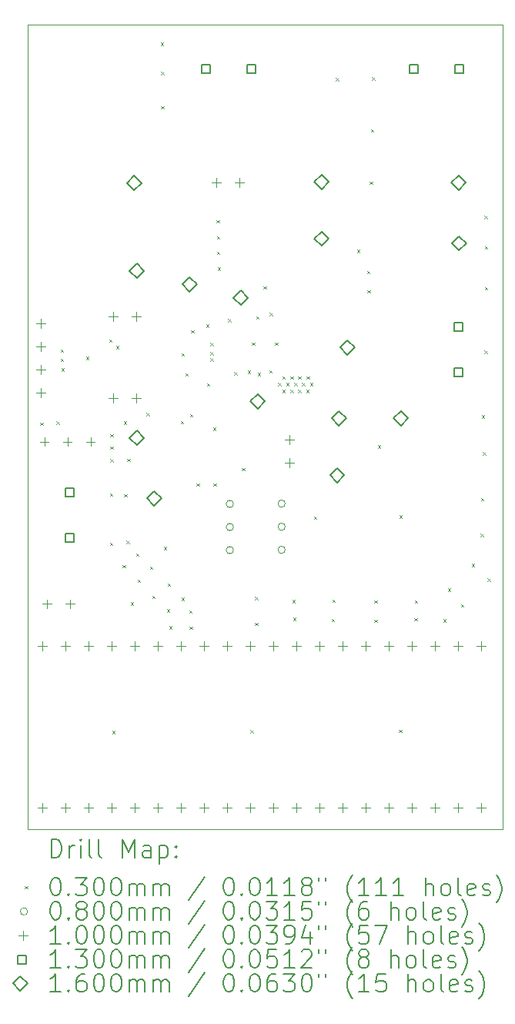
<source format=gbr>
%TF.GenerationSoftware,KiCad,Pcbnew,8.0.9-8.0.9-0~ubuntu22.04.1*%
%TF.CreationDate,2025-04-21T10:33:33+05:30*%
%TF.ProjectId,Variable Buck Converter,56617269-6162-46c6-9520-4275636b2043,rev?*%
%TF.SameCoordinates,Original*%
%TF.FileFunction,Drillmap*%
%TF.FilePolarity,Positive*%
%FSLAX45Y45*%
G04 Gerber Fmt 4.5, Leading zero omitted, Abs format (unit mm)*
G04 Created by KiCad (PCBNEW 8.0.9-8.0.9-0~ubuntu22.04.1) date 2025-04-21 10:33:33*
%MOMM*%
%LPD*%
G01*
G04 APERTURE LIST*
%ADD10C,0.050000*%
%ADD11C,0.200000*%
%ADD12C,0.100000*%
%ADD13C,0.130000*%
%ADD14C,0.160000*%
G04 APERTURE END LIST*
D10*
X8416000Y-5894000D02*
X13637000Y-5894000D01*
X13637000Y-14739000D01*
X8416000Y-14739000D01*
X8416000Y-5894000D01*
D11*
D12*
X8553000Y-10267000D02*
X8583000Y-10297000D01*
X8583000Y-10267000D02*
X8553000Y-10297000D01*
X8732000Y-10257000D02*
X8762000Y-10287000D01*
X8762000Y-10257000D02*
X8732000Y-10287000D01*
X8776000Y-9463000D02*
X8806000Y-9493000D01*
X8806000Y-9463000D02*
X8776000Y-9493000D01*
X8779000Y-9566000D02*
X8809000Y-9596000D01*
X8809000Y-9566000D02*
X8779000Y-9596000D01*
X8784000Y-9672000D02*
X8814000Y-9702000D01*
X8814000Y-9672000D02*
X8784000Y-9702000D01*
X9055000Y-9543000D02*
X9085000Y-9573000D01*
X9085000Y-9543000D02*
X9055000Y-9573000D01*
X9309500Y-9353000D02*
X9339500Y-9383000D01*
X9339500Y-9353000D02*
X9309500Y-9383000D01*
X9319000Y-11590000D02*
X9349000Y-11620000D01*
X9349000Y-11590000D02*
X9319000Y-11620000D01*
X9320000Y-11049000D02*
X9350000Y-11079000D01*
X9350000Y-11049000D02*
X9320000Y-11079000D01*
X9322000Y-10395000D02*
X9352000Y-10425000D01*
X9352000Y-10395000D02*
X9322000Y-10425000D01*
X9322000Y-10530000D02*
X9352000Y-10560000D01*
X9352000Y-10530000D02*
X9322000Y-10560000D01*
X9322000Y-10670000D02*
X9352000Y-10700000D01*
X9352000Y-10670000D02*
X9322000Y-10700000D01*
X9346000Y-13661000D02*
X9376000Y-13691000D01*
X9376000Y-13661000D02*
X9346000Y-13691000D01*
X9387000Y-9426000D02*
X9417000Y-9456000D01*
X9417000Y-9426000D02*
X9387000Y-9456000D01*
X9457000Y-11833000D02*
X9487000Y-11863000D01*
X9487000Y-11833000D02*
X9457000Y-11863000D01*
X9472000Y-10254000D02*
X9502000Y-10284000D01*
X9502000Y-10254000D02*
X9472000Y-10284000D01*
X9476000Y-11056000D02*
X9506000Y-11086000D01*
X9506000Y-11056000D02*
X9476000Y-11086000D01*
X9502000Y-11570000D02*
X9532000Y-11600000D01*
X9532000Y-11570000D02*
X9502000Y-11600000D01*
X9509000Y-10668000D02*
X9539000Y-10698000D01*
X9539000Y-10668000D02*
X9509000Y-10698000D01*
X9546500Y-12246500D02*
X9576500Y-12276500D01*
X9576500Y-12246500D02*
X9546500Y-12276500D01*
X9605000Y-11709000D02*
X9635000Y-11739000D01*
X9635000Y-11709000D02*
X9605000Y-11739000D01*
X9625000Y-11997000D02*
X9655000Y-12027000D01*
X9655000Y-11997000D02*
X9625000Y-12027000D01*
X9721000Y-10165000D02*
X9751000Y-10195000D01*
X9751000Y-10165000D02*
X9721000Y-10195000D01*
X9760000Y-11850000D02*
X9790000Y-11880000D01*
X9790000Y-11850000D02*
X9760000Y-11880000D01*
X9785000Y-12173000D02*
X9815000Y-12203000D01*
X9815000Y-12173000D02*
X9785000Y-12203000D01*
X9878000Y-6092000D02*
X9908000Y-6122000D01*
X9908000Y-6092000D02*
X9878000Y-6122000D01*
X9881000Y-6788000D02*
X9911000Y-6818000D01*
X9911000Y-6788000D02*
X9881000Y-6818000D01*
X9884000Y-6412000D02*
X9914000Y-6442000D01*
X9914000Y-6412000D02*
X9884000Y-6442000D01*
X9911000Y-11638000D02*
X9941000Y-11668000D01*
X9941000Y-11638000D02*
X9911000Y-11668000D01*
X9944000Y-12322000D02*
X9974000Y-12352000D01*
X9974000Y-12322000D02*
X9944000Y-12352000D01*
X9953000Y-12040000D02*
X9983000Y-12070000D01*
X9983000Y-12040000D02*
X9953000Y-12070000D01*
X9970000Y-12509000D02*
X10000000Y-12539000D01*
X10000000Y-12509000D02*
X9970000Y-12539000D01*
X10099000Y-10253000D02*
X10129000Y-10283000D01*
X10129000Y-10253000D02*
X10099000Y-10283000D01*
X10106000Y-12194000D02*
X10136000Y-12224000D01*
X10136000Y-12194000D02*
X10106000Y-12224000D01*
X10107389Y-9505175D02*
X10137389Y-9535175D01*
X10137389Y-9505175D02*
X10107389Y-9535175D01*
X10149000Y-9726000D02*
X10179000Y-9756000D01*
X10179000Y-9726000D02*
X10149000Y-9756000D01*
X10190000Y-12335000D02*
X10220000Y-12365000D01*
X10220000Y-12335000D02*
X10190000Y-12365000D01*
X10196000Y-12513000D02*
X10226000Y-12543000D01*
X10226000Y-12513000D02*
X10196000Y-12543000D01*
X10199000Y-10175000D02*
X10229000Y-10205000D01*
X10229000Y-10175000D02*
X10199000Y-10205000D01*
X10214000Y-9254000D02*
X10244000Y-9284000D01*
X10244000Y-9254000D02*
X10214000Y-9284000D01*
X10273000Y-10939000D02*
X10303000Y-10969000D01*
X10303000Y-10939000D02*
X10273000Y-10969000D01*
X10379000Y-9190000D02*
X10409000Y-9220000D01*
X10409000Y-9190000D02*
X10379000Y-9220000D01*
X10386000Y-9838000D02*
X10416000Y-9868000D01*
X10416000Y-9838000D02*
X10386000Y-9868000D01*
X10424000Y-9496000D02*
X10454000Y-9526000D01*
X10454000Y-9496000D02*
X10424000Y-9526000D01*
X10426000Y-9390500D02*
X10456000Y-9420500D01*
X10456000Y-9390500D02*
X10426000Y-9420500D01*
X10426000Y-9563000D02*
X10456000Y-9593000D01*
X10456000Y-9563000D02*
X10426000Y-9593000D01*
X10453000Y-10325750D02*
X10483000Y-10355750D01*
X10483000Y-10325750D02*
X10453000Y-10355750D01*
X10459000Y-10938000D02*
X10489000Y-10968000D01*
X10489000Y-10938000D02*
X10459000Y-10968000D01*
X10491000Y-8041000D02*
X10521000Y-8071000D01*
X10521000Y-8041000D02*
X10491000Y-8071000D01*
X10494000Y-8218000D02*
X10524000Y-8248000D01*
X10524000Y-8218000D02*
X10494000Y-8248000D01*
X10497000Y-8390000D02*
X10527000Y-8420000D01*
X10527000Y-8390000D02*
X10497000Y-8420000D01*
X10505000Y-8564000D02*
X10535000Y-8594000D01*
X10535000Y-8564000D02*
X10505000Y-8594000D01*
X10619000Y-9131000D02*
X10649000Y-9161000D01*
X10649000Y-9131000D02*
X10619000Y-9161000D01*
X10688000Y-9712000D02*
X10718000Y-9742000D01*
X10718000Y-9712000D02*
X10688000Y-9742000D01*
X10773000Y-10768000D02*
X10803000Y-10798000D01*
X10803000Y-10768000D02*
X10773000Y-10798000D01*
X10836000Y-9698000D02*
X10866000Y-9728000D01*
X10866000Y-9698000D02*
X10836000Y-9728000D01*
X10863000Y-13653000D02*
X10893000Y-13683000D01*
X10893000Y-13653000D02*
X10863000Y-13683000D01*
X10883000Y-9389000D02*
X10913000Y-9419000D01*
X10913000Y-9389000D02*
X10883000Y-9419000D01*
X10914000Y-12187000D02*
X10944000Y-12217000D01*
X10944000Y-12187000D02*
X10914000Y-12217000D01*
X10914000Y-12470000D02*
X10944000Y-12500000D01*
X10944000Y-12470000D02*
X10914000Y-12500000D01*
X10928000Y-9101000D02*
X10958000Y-9131000D01*
X10958000Y-9101000D02*
X10928000Y-9131000D01*
X10944000Y-9723000D02*
X10974000Y-9753000D01*
X10974000Y-9723000D02*
X10944000Y-9753000D01*
X11009000Y-8771000D02*
X11039000Y-8801000D01*
X11039000Y-8771000D02*
X11009000Y-8801000D01*
X11071000Y-9693000D02*
X11101000Y-9723000D01*
X11101000Y-9693000D02*
X11071000Y-9723000D01*
X11078000Y-9063000D02*
X11108000Y-9093000D01*
X11108000Y-9063000D02*
X11078000Y-9093000D01*
X11135000Y-9388000D02*
X11165000Y-9418000D01*
X11165000Y-9388000D02*
X11135000Y-9418000D01*
X11169000Y-9832000D02*
X11199000Y-9862000D01*
X11199000Y-9832000D02*
X11169000Y-9862000D01*
X11213667Y-9907000D02*
X11243667Y-9937000D01*
X11243667Y-9907000D02*
X11213667Y-9937000D01*
X11214000Y-9762000D02*
X11244000Y-9792000D01*
X11244000Y-9762000D02*
X11214000Y-9792000D01*
X11256000Y-9832000D02*
X11286000Y-9862000D01*
X11286000Y-9832000D02*
X11256000Y-9862000D01*
X11302333Y-9907000D02*
X11332333Y-9937000D01*
X11332333Y-9907000D02*
X11302333Y-9937000D01*
X11302667Y-9762000D02*
X11332667Y-9792000D01*
X11332667Y-9762000D02*
X11302667Y-9792000D01*
X11324000Y-12221000D02*
X11354000Y-12251000D01*
X11354000Y-12221000D02*
X11324000Y-12251000D01*
X11335000Y-12417000D02*
X11365000Y-12447000D01*
X11365000Y-12417000D02*
X11335000Y-12447000D01*
X11344667Y-9832000D02*
X11374667Y-9862000D01*
X11374667Y-9832000D02*
X11344667Y-9862000D01*
X11391000Y-9907000D02*
X11421000Y-9937000D01*
X11421000Y-9907000D02*
X11391000Y-9937000D01*
X11391333Y-9762000D02*
X11421333Y-9792000D01*
X11421333Y-9762000D02*
X11391333Y-9792000D01*
X11433333Y-9832000D02*
X11463333Y-9862000D01*
X11463333Y-9832000D02*
X11433333Y-9862000D01*
X11479667Y-9907000D02*
X11509667Y-9937000D01*
X11509667Y-9907000D02*
X11479667Y-9937000D01*
X11480000Y-9762000D02*
X11510000Y-9792000D01*
X11510000Y-9762000D02*
X11480000Y-9792000D01*
X11522000Y-9832000D02*
X11552000Y-9862000D01*
X11552000Y-9832000D02*
X11522000Y-9862000D01*
X11563000Y-11303000D02*
X11593000Y-11333000D01*
X11593000Y-11303000D02*
X11563000Y-11333000D01*
X11756000Y-12428000D02*
X11786000Y-12458000D01*
X11786000Y-12428000D02*
X11756000Y-12458000D01*
X11764000Y-12214000D02*
X11794000Y-12244000D01*
X11794000Y-12214000D02*
X11764000Y-12244000D01*
X11803000Y-6480000D02*
X11833000Y-6510000D01*
X11833000Y-6480000D02*
X11803000Y-6510000D01*
X12036000Y-8368000D02*
X12066000Y-8398000D01*
X12066000Y-8368000D02*
X12036000Y-8398000D01*
X12147000Y-8601000D02*
X12177000Y-8631000D01*
X12177000Y-8601000D02*
X12147000Y-8631000D01*
X12151000Y-8812000D02*
X12181000Y-8842000D01*
X12181000Y-8812000D02*
X12151000Y-8842000D01*
X12178000Y-7617000D02*
X12208000Y-7647000D01*
X12208000Y-7617000D02*
X12178000Y-7647000D01*
X12189000Y-7043000D02*
X12219000Y-7073000D01*
X12219000Y-7043000D02*
X12189000Y-7073000D01*
X12200000Y-6469000D02*
X12230000Y-6499000D01*
X12230000Y-6469000D02*
X12200000Y-6499000D01*
X12227000Y-12225000D02*
X12257000Y-12255000D01*
X12257000Y-12225000D02*
X12227000Y-12255000D01*
X12227000Y-12436000D02*
X12257000Y-12466000D01*
X12257000Y-12436000D02*
X12227000Y-12466000D01*
X12264000Y-10519000D02*
X12294000Y-10549000D01*
X12294000Y-10519000D02*
X12264000Y-10549000D01*
X12500000Y-13645000D02*
X12530000Y-13675000D01*
X12530000Y-13645000D02*
X12500000Y-13675000D01*
X12501000Y-11289000D02*
X12531000Y-11319000D01*
X12531000Y-11289000D02*
X12501000Y-11319000D01*
X12668000Y-12421000D02*
X12698000Y-12451000D01*
X12698000Y-12421000D02*
X12668000Y-12451000D01*
X12672000Y-12225000D02*
X12702000Y-12255000D01*
X12702000Y-12225000D02*
X12672000Y-12255000D01*
X12986000Y-12431000D02*
X13016000Y-12461000D01*
X13016000Y-12431000D02*
X12986000Y-12461000D01*
X13036000Y-12091000D02*
X13066000Y-12121000D01*
X13066000Y-12091000D02*
X13036000Y-12121000D01*
X13181000Y-12267000D02*
X13211000Y-12297000D01*
X13211000Y-12267000D02*
X13181000Y-12297000D01*
X13300000Y-11823000D02*
X13330000Y-11853000D01*
X13330000Y-11823000D02*
X13300000Y-11853000D01*
X13396000Y-11494000D02*
X13426000Y-11524000D01*
X13426000Y-11494000D02*
X13396000Y-11524000D01*
X13400000Y-11099000D02*
X13430000Y-11129000D01*
X13430000Y-11099000D02*
X13400000Y-11129000D01*
X13410000Y-10190000D02*
X13440000Y-10220000D01*
X13440000Y-10190000D02*
X13410000Y-10220000D01*
X13421000Y-10595000D02*
X13451000Y-10625000D01*
X13451000Y-10595000D02*
X13421000Y-10625000D01*
X13439000Y-7997000D02*
X13469000Y-8027000D01*
X13469000Y-7997000D02*
X13439000Y-8027000D01*
X13439000Y-9475000D02*
X13469000Y-9505000D01*
X13469000Y-9475000D02*
X13439000Y-9505000D01*
X13443000Y-8330000D02*
X13473000Y-8360000D01*
X13473000Y-8330000D02*
X13443000Y-8360000D01*
X13444000Y-8780000D02*
X13474000Y-8810000D01*
X13474000Y-8780000D02*
X13444000Y-8810000D01*
X13472000Y-11984000D02*
X13502000Y-12014000D01*
X13502000Y-11984000D02*
X13472000Y-12014000D01*
X10679000Y-11164000D02*
G75*
G02*
X10599000Y-11164000I-40000J0D01*
G01*
X10599000Y-11164000D02*
G75*
G02*
X10679000Y-11164000I40000J0D01*
G01*
X10679000Y-11418000D02*
G75*
G02*
X10599000Y-11418000I-40000J0D01*
G01*
X10599000Y-11418000D02*
G75*
G02*
X10679000Y-11418000I40000J0D01*
G01*
X10679000Y-11672000D02*
G75*
G02*
X10599000Y-11672000I-40000J0D01*
G01*
X10599000Y-11672000D02*
G75*
G02*
X10679000Y-11672000I40000J0D01*
G01*
X11248000Y-11161000D02*
G75*
G02*
X11168000Y-11161000I-40000J0D01*
G01*
X11168000Y-11161000D02*
G75*
G02*
X11248000Y-11161000I40000J0D01*
G01*
X11248000Y-11415000D02*
G75*
G02*
X11168000Y-11415000I-40000J0D01*
G01*
X11168000Y-11415000D02*
G75*
G02*
X11248000Y-11415000I40000J0D01*
G01*
X11248000Y-11669000D02*
G75*
G02*
X11168000Y-11669000I-40000J0D01*
G01*
X11168000Y-11669000D02*
G75*
G02*
X11248000Y-11669000I40000J0D01*
G01*
X8557000Y-9126000D02*
X8557000Y-9226000D01*
X8507000Y-9176000D02*
X8607000Y-9176000D01*
X8557000Y-9380000D02*
X8557000Y-9480000D01*
X8507000Y-9430000D02*
X8607000Y-9430000D01*
X8557000Y-9634000D02*
X8557000Y-9734000D01*
X8507000Y-9684000D02*
X8607000Y-9684000D01*
X8557000Y-9888000D02*
X8557000Y-9988000D01*
X8507000Y-9938000D02*
X8607000Y-9938000D01*
X8573000Y-12673000D02*
X8573000Y-12773000D01*
X8523000Y-12723000D02*
X8623000Y-12723000D01*
X8573000Y-14451000D02*
X8573000Y-14551000D01*
X8523000Y-14501000D02*
X8623000Y-14501000D01*
X8597500Y-10429000D02*
X8597500Y-10529000D01*
X8547500Y-10479000D02*
X8647500Y-10479000D01*
X8629500Y-12214000D02*
X8629500Y-12314000D01*
X8579500Y-12264000D02*
X8679500Y-12264000D01*
X8827000Y-12673000D02*
X8827000Y-12773000D01*
X8777000Y-12723000D02*
X8877000Y-12723000D01*
X8827000Y-14451000D02*
X8827000Y-14551000D01*
X8777000Y-14501000D02*
X8877000Y-14501000D01*
X8851500Y-10429000D02*
X8851500Y-10529000D01*
X8801500Y-10479000D02*
X8901500Y-10479000D01*
X8883500Y-12214000D02*
X8883500Y-12314000D01*
X8833500Y-12264000D02*
X8933500Y-12264000D01*
X9081000Y-12673000D02*
X9081000Y-12773000D01*
X9031000Y-12723000D02*
X9131000Y-12723000D01*
X9081000Y-14451000D02*
X9081000Y-14551000D01*
X9031000Y-14501000D02*
X9131000Y-14501000D01*
X9105500Y-10429000D02*
X9105500Y-10529000D01*
X9055500Y-10479000D02*
X9155500Y-10479000D01*
X9335000Y-12673000D02*
X9335000Y-12773000D01*
X9285000Y-12723000D02*
X9385000Y-12723000D01*
X9335000Y-14451000D02*
X9335000Y-14551000D01*
X9285000Y-14501000D02*
X9385000Y-14501000D01*
X9354500Y-9053000D02*
X9354500Y-9153000D01*
X9304500Y-9103000D02*
X9404500Y-9103000D01*
X9354500Y-9947000D02*
X9354500Y-10047000D01*
X9304500Y-9997000D02*
X9404500Y-9997000D01*
X9589000Y-12673000D02*
X9589000Y-12773000D01*
X9539000Y-12723000D02*
X9639000Y-12723000D01*
X9589000Y-14451000D02*
X9589000Y-14551000D01*
X9539000Y-14501000D02*
X9639000Y-14501000D01*
X9608500Y-9053000D02*
X9608500Y-9153000D01*
X9558500Y-9103000D02*
X9658500Y-9103000D01*
X9608500Y-9947000D02*
X9608500Y-10047000D01*
X9558500Y-9997000D02*
X9658500Y-9997000D01*
X9843000Y-12673000D02*
X9843000Y-12773000D01*
X9793000Y-12723000D02*
X9893000Y-12723000D01*
X9843000Y-14451000D02*
X9843000Y-14551000D01*
X9793000Y-14501000D02*
X9893000Y-14501000D01*
X10097000Y-12673000D02*
X10097000Y-12773000D01*
X10047000Y-12723000D02*
X10147000Y-12723000D01*
X10097000Y-14451000D02*
X10097000Y-14551000D01*
X10047000Y-14501000D02*
X10147000Y-14501000D01*
X10351000Y-12673000D02*
X10351000Y-12773000D01*
X10301000Y-12723000D02*
X10401000Y-12723000D01*
X10351000Y-14451000D02*
X10351000Y-14551000D01*
X10301000Y-14501000D02*
X10401000Y-14501000D01*
X10486500Y-7581000D02*
X10486500Y-7681000D01*
X10436500Y-7631000D02*
X10536500Y-7631000D01*
X10605000Y-12673000D02*
X10605000Y-12773000D01*
X10555000Y-12723000D02*
X10655000Y-12723000D01*
X10605000Y-14451000D02*
X10605000Y-14551000D01*
X10555000Y-14501000D02*
X10655000Y-14501000D01*
X10740500Y-7581000D02*
X10740500Y-7681000D01*
X10690500Y-7631000D02*
X10790500Y-7631000D01*
X10859000Y-12673000D02*
X10859000Y-12773000D01*
X10809000Y-12723000D02*
X10909000Y-12723000D01*
X10859000Y-14451000D02*
X10859000Y-14551000D01*
X10809000Y-14501000D02*
X10909000Y-14501000D01*
X11113000Y-12673000D02*
X11113000Y-12773000D01*
X11063000Y-12723000D02*
X11163000Y-12723000D01*
X11113000Y-14451000D02*
X11113000Y-14551000D01*
X11063000Y-14501000D02*
X11163000Y-14501000D01*
X11297000Y-10406000D02*
X11297000Y-10506000D01*
X11247000Y-10456000D02*
X11347000Y-10456000D01*
X11297000Y-10660000D02*
X11297000Y-10760000D01*
X11247000Y-10710000D02*
X11347000Y-10710000D01*
X11367000Y-12673000D02*
X11367000Y-12773000D01*
X11317000Y-12723000D02*
X11417000Y-12723000D01*
X11367000Y-14451000D02*
X11367000Y-14551000D01*
X11317000Y-14501000D02*
X11417000Y-14501000D01*
X11621000Y-12673000D02*
X11621000Y-12773000D01*
X11571000Y-12723000D02*
X11671000Y-12723000D01*
X11621000Y-14451000D02*
X11621000Y-14551000D01*
X11571000Y-14501000D02*
X11671000Y-14501000D01*
X11875000Y-12673000D02*
X11875000Y-12773000D01*
X11825000Y-12723000D02*
X11925000Y-12723000D01*
X11875000Y-14451000D02*
X11875000Y-14551000D01*
X11825000Y-14501000D02*
X11925000Y-14501000D01*
X12129000Y-12673000D02*
X12129000Y-12773000D01*
X12079000Y-12723000D02*
X12179000Y-12723000D01*
X12129000Y-14451000D02*
X12129000Y-14551000D01*
X12079000Y-14501000D02*
X12179000Y-14501000D01*
X12383000Y-12673000D02*
X12383000Y-12773000D01*
X12333000Y-12723000D02*
X12433000Y-12723000D01*
X12383000Y-14451000D02*
X12383000Y-14551000D01*
X12333000Y-14501000D02*
X12433000Y-14501000D01*
X12637000Y-12673000D02*
X12637000Y-12773000D01*
X12587000Y-12723000D02*
X12687000Y-12723000D01*
X12637000Y-14451000D02*
X12637000Y-14551000D01*
X12587000Y-14501000D02*
X12687000Y-14501000D01*
X12891000Y-12673000D02*
X12891000Y-12773000D01*
X12841000Y-12723000D02*
X12941000Y-12723000D01*
X12891000Y-14451000D02*
X12891000Y-14551000D01*
X12841000Y-14501000D02*
X12941000Y-14501000D01*
X13145000Y-12673000D02*
X13145000Y-12773000D01*
X13095000Y-12723000D02*
X13195000Y-12723000D01*
X13145000Y-14451000D02*
X13145000Y-14551000D01*
X13095000Y-14501000D02*
X13195000Y-14501000D01*
X13399000Y-12673000D02*
X13399000Y-12773000D01*
X13349000Y-12723000D02*
X13449000Y-12723000D01*
X13399000Y-14451000D02*
X13399000Y-14551000D01*
X13349000Y-14501000D02*
X13449000Y-14501000D01*
D13*
X8924962Y-11080962D02*
X8924962Y-10989038D01*
X8833038Y-10989038D01*
X8833038Y-11080962D01*
X8924962Y-11080962D01*
X8924962Y-11580962D02*
X8924962Y-11489038D01*
X8833038Y-11489038D01*
X8833038Y-11580962D01*
X8924962Y-11580962D01*
X10420962Y-6428962D02*
X10420962Y-6337038D01*
X10329038Y-6337038D01*
X10329038Y-6428962D01*
X10420962Y-6428962D01*
X10920962Y-6428962D02*
X10920962Y-6337038D01*
X10829038Y-6337038D01*
X10829038Y-6428962D01*
X10920962Y-6428962D01*
X12705462Y-6428962D02*
X12705462Y-6337038D01*
X12613538Y-6337038D01*
X12613538Y-6428962D01*
X12705462Y-6428962D01*
X13198462Y-9259962D02*
X13198462Y-9168038D01*
X13106538Y-9168038D01*
X13106538Y-9259962D01*
X13198462Y-9259962D01*
X13198462Y-9759962D02*
X13198462Y-9668038D01*
X13106538Y-9668038D01*
X13106538Y-9759962D01*
X13198462Y-9759962D01*
X13205462Y-6428962D02*
X13205462Y-6337038D01*
X13113538Y-6337038D01*
X13113538Y-6428962D01*
X13205462Y-6428962D01*
D14*
X9585000Y-7714000D02*
X9665000Y-7634000D01*
X9585000Y-7554000D01*
X9505000Y-7634000D01*
X9585000Y-7714000D01*
X9616000Y-8681000D02*
X9696000Y-8601000D01*
X9616000Y-8521000D01*
X9536000Y-8601000D01*
X9616000Y-8681000D01*
X9616000Y-10519000D02*
X9696000Y-10439000D01*
X9616000Y-10359000D01*
X9536000Y-10439000D01*
X9616000Y-10519000D01*
X9808000Y-11183000D02*
X9888000Y-11103000D01*
X9808000Y-11023000D01*
X9728000Y-11103000D01*
X9808000Y-11183000D01*
X10194000Y-8830000D02*
X10274000Y-8750000D01*
X10194000Y-8670000D01*
X10114000Y-8750000D01*
X10194000Y-8830000D01*
X10758000Y-8978000D02*
X10838000Y-8898000D01*
X10758000Y-8818000D01*
X10678000Y-8898000D01*
X10758000Y-8978000D01*
X10944000Y-10115000D02*
X11024000Y-10035000D01*
X10944000Y-9955000D01*
X10864000Y-10035000D01*
X10944000Y-10115000D01*
X11648000Y-7704000D02*
X11728000Y-7624000D01*
X11648000Y-7544000D01*
X11568000Y-7624000D01*
X11648000Y-7704000D01*
X11648000Y-8327000D02*
X11728000Y-8247000D01*
X11648000Y-8167000D01*
X11568000Y-8247000D01*
X11648000Y-8327000D01*
X11819000Y-10930000D02*
X11899000Y-10850000D01*
X11819000Y-10770000D01*
X11739000Y-10850000D01*
X11819000Y-10930000D01*
X11840000Y-10303000D02*
X11920000Y-10223000D01*
X11840000Y-10143000D01*
X11760000Y-10223000D01*
X11840000Y-10303000D01*
X11932000Y-9522000D02*
X12012000Y-9442000D01*
X11932000Y-9362000D01*
X11852000Y-9442000D01*
X11932000Y-9522000D01*
X12520000Y-10303000D02*
X12600000Y-10223000D01*
X12520000Y-10143000D01*
X12440000Y-10223000D01*
X12520000Y-10303000D01*
X13155000Y-7713000D02*
X13235000Y-7633000D01*
X13155000Y-7553000D01*
X13075000Y-7633000D01*
X13155000Y-7713000D01*
X13158000Y-8378000D02*
X13238000Y-8298000D01*
X13158000Y-8218000D01*
X13078000Y-8298000D01*
X13158000Y-8378000D01*
D11*
X8674277Y-15052984D02*
X8674277Y-14852984D01*
X8674277Y-14852984D02*
X8721896Y-14852984D01*
X8721896Y-14852984D02*
X8750467Y-14862508D01*
X8750467Y-14862508D02*
X8769515Y-14881555D01*
X8769515Y-14881555D02*
X8779039Y-14900603D01*
X8779039Y-14900603D02*
X8788563Y-14938698D01*
X8788563Y-14938698D02*
X8788563Y-14967269D01*
X8788563Y-14967269D02*
X8779039Y-15005365D01*
X8779039Y-15005365D02*
X8769515Y-15024412D01*
X8769515Y-15024412D02*
X8750467Y-15043460D01*
X8750467Y-15043460D02*
X8721896Y-15052984D01*
X8721896Y-15052984D02*
X8674277Y-15052984D01*
X8874277Y-15052984D02*
X8874277Y-14919650D01*
X8874277Y-14957746D02*
X8883801Y-14938698D01*
X8883801Y-14938698D02*
X8893324Y-14929174D01*
X8893324Y-14929174D02*
X8912372Y-14919650D01*
X8912372Y-14919650D02*
X8931420Y-14919650D01*
X8998086Y-15052984D02*
X8998086Y-14919650D01*
X8998086Y-14852984D02*
X8988563Y-14862508D01*
X8988563Y-14862508D02*
X8998086Y-14872031D01*
X8998086Y-14872031D02*
X9007610Y-14862508D01*
X9007610Y-14862508D02*
X8998086Y-14852984D01*
X8998086Y-14852984D02*
X8998086Y-14872031D01*
X9121896Y-15052984D02*
X9102848Y-15043460D01*
X9102848Y-15043460D02*
X9093324Y-15024412D01*
X9093324Y-15024412D02*
X9093324Y-14852984D01*
X9226658Y-15052984D02*
X9207610Y-15043460D01*
X9207610Y-15043460D02*
X9198086Y-15024412D01*
X9198086Y-15024412D02*
X9198086Y-14852984D01*
X9455229Y-15052984D02*
X9455229Y-14852984D01*
X9455229Y-14852984D02*
X9521896Y-14995841D01*
X9521896Y-14995841D02*
X9588563Y-14852984D01*
X9588563Y-14852984D02*
X9588563Y-15052984D01*
X9769515Y-15052984D02*
X9769515Y-14948222D01*
X9769515Y-14948222D02*
X9759991Y-14929174D01*
X9759991Y-14929174D02*
X9740944Y-14919650D01*
X9740944Y-14919650D02*
X9702848Y-14919650D01*
X9702848Y-14919650D02*
X9683801Y-14929174D01*
X9769515Y-15043460D02*
X9750467Y-15052984D01*
X9750467Y-15052984D02*
X9702848Y-15052984D01*
X9702848Y-15052984D02*
X9683801Y-15043460D01*
X9683801Y-15043460D02*
X9674277Y-15024412D01*
X9674277Y-15024412D02*
X9674277Y-15005365D01*
X9674277Y-15005365D02*
X9683801Y-14986317D01*
X9683801Y-14986317D02*
X9702848Y-14976793D01*
X9702848Y-14976793D02*
X9750467Y-14976793D01*
X9750467Y-14976793D02*
X9769515Y-14967269D01*
X9864753Y-14919650D02*
X9864753Y-15119650D01*
X9864753Y-14929174D02*
X9883801Y-14919650D01*
X9883801Y-14919650D02*
X9921896Y-14919650D01*
X9921896Y-14919650D02*
X9940944Y-14929174D01*
X9940944Y-14929174D02*
X9950467Y-14938698D01*
X9950467Y-14938698D02*
X9959991Y-14957746D01*
X9959991Y-14957746D02*
X9959991Y-15014888D01*
X9959991Y-15014888D02*
X9950467Y-15033936D01*
X9950467Y-15033936D02*
X9940944Y-15043460D01*
X9940944Y-15043460D02*
X9921896Y-15052984D01*
X9921896Y-15052984D02*
X9883801Y-15052984D01*
X9883801Y-15052984D02*
X9864753Y-15043460D01*
X10045705Y-15033936D02*
X10055229Y-15043460D01*
X10055229Y-15043460D02*
X10045705Y-15052984D01*
X10045705Y-15052984D02*
X10036182Y-15043460D01*
X10036182Y-15043460D02*
X10045705Y-15033936D01*
X10045705Y-15033936D02*
X10045705Y-15052984D01*
X10045705Y-14929174D02*
X10055229Y-14938698D01*
X10055229Y-14938698D02*
X10045705Y-14948222D01*
X10045705Y-14948222D02*
X10036182Y-14938698D01*
X10036182Y-14938698D02*
X10045705Y-14929174D01*
X10045705Y-14929174D02*
X10045705Y-14948222D01*
D12*
X8383500Y-15366500D02*
X8413500Y-15396500D01*
X8413500Y-15366500D02*
X8383500Y-15396500D01*
D11*
X8712372Y-15272984D02*
X8731420Y-15272984D01*
X8731420Y-15272984D02*
X8750467Y-15282508D01*
X8750467Y-15282508D02*
X8759991Y-15292031D01*
X8759991Y-15292031D02*
X8769515Y-15311079D01*
X8769515Y-15311079D02*
X8779039Y-15349174D01*
X8779039Y-15349174D02*
X8779039Y-15396793D01*
X8779039Y-15396793D02*
X8769515Y-15434888D01*
X8769515Y-15434888D02*
X8759991Y-15453936D01*
X8759991Y-15453936D02*
X8750467Y-15463460D01*
X8750467Y-15463460D02*
X8731420Y-15472984D01*
X8731420Y-15472984D02*
X8712372Y-15472984D01*
X8712372Y-15472984D02*
X8693324Y-15463460D01*
X8693324Y-15463460D02*
X8683801Y-15453936D01*
X8683801Y-15453936D02*
X8674277Y-15434888D01*
X8674277Y-15434888D02*
X8664753Y-15396793D01*
X8664753Y-15396793D02*
X8664753Y-15349174D01*
X8664753Y-15349174D02*
X8674277Y-15311079D01*
X8674277Y-15311079D02*
X8683801Y-15292031D01*
X8683801Y-15292031D02*
X8693324Y-15282508D01*
X8693324Y-15282508D02*
X8712372Y-15272984D01*
X8864753Y-15453936D02*
X8874277Y-15463460D01*
X8874277Y-15463460D02*
X8864753Y-15472984D01*
X8864753Y-15472984D02*
X8855229Y-15463460D01*
X8855229Y-15463460D02*
X8864753Y-15453936D01*
X8864753Y-15453936D02*
X8864753Y-15472984D01*
X8940944Y-15272984D02*
X9064753Y-15272984D01*
X9064753Y-15272984D02*
X8998086Y-15349174D01*
X8998086Y-15349174D02*
X9026658Y-15349174D01*
X9026658Y-15349174D02*
X9045705Y-15358698D01*
X9045705Y-15358698D02*
X9055229Y-15368222D01*
X9055229Y-15368222D02*
X9064753Y-15387269D01*
X9064753Y-15387269D02*
X9064753Y-15434888D01*
X9064753Y-15434888D02*
X9055229Y-15453936D01*
X9055229Y-15453936D02*
X9045705Y-15463460D01*
X9045705Y-15463460D02*
X9026658Y-15472984D01*
X9026658Y-15472984D02*
X8969515Y-15472984D01*
X8969515Y-15472984D02*
X8950467Y-15463460D01*
X8950467Y-15463460D02*
X8940944Y-15453936D01*
X9188563Y-15272984D02*
X9207610Y-15272984D01*
X9207610Y-15272984D02*
X9226658Y-15282508D01*
X9226658Y-15282508D02*
X9236182Y-15292031D01*
X9236182Y-15292031D02*
X9245705Y-15311079D01*
X9245705Y-15311079D02*
X9255229Y-15349174D01*
X9255229Y-15349174D02*
X9255229Y-15396793D01*
X9255229Y-15396793D02*
X9245705Y-15434888D01*
X9245705Y-15434888D02*
X9236182Y-15453936D01*
X9236182Y-15453936D02*
X9226658Y-15463460D01*
X9226658Y-15463460D02*
X9207610Y-15472984D01*
X9207610Y-15472984D02*
X9188563Y-15472984D01*
X9188563Y-15472984D02*
X9169515Y-15463460D01*
X9169515Y-15463460D02*
X9159991Y-15453936D01*
X9159991Y-15453936D02*
X9150467Y-15434888D01*
X9150467Y-15434888D02*
X9140944Y-15396793D01*
X9140944Y-15396793D02*
X9140944Y-15349174D01*
X9140944Y-15349174D02*
X9150467Y-15311079D01*
X9150467Y-15311079D02*
X9159991Y-15292031D01*
X9159991Y-15292031D02*
X9169515Y-15282508D01*
X9169515Y-15282508D02*
X9188563Y-15272984D01*
X9379039Y-15272984D02*
X9398086Y-15272984D01*
X9398086Y-15272984D02*
X9417134Y-15282508D01*
X9417134Y-15282508D02*
X9426658Y-15292031D01*
X9426658Y-15292031D02*
X9436182Y-15311079D01*
X9436182Y-15311079D02*
X9445705Y-15349174D01*
X9445705Y-15349174D02*
X9445705Y-15396793D01*
X9445705Y-15396793D02*
X9436182Y-15434888D01*
X9436182Y-15434888D02*
X9426658Y-15453936D01*
X9426658Y-15453936D02*
X9417134Y-15463460D01*
X9417134Y-15463460D02*
X9398086Y-15472984D01*
X9398086Y-15472984D02*
X9379039Y-15472984D01*
X9379039Y-15472984D02*
X9359991Y-15463460D01*
X9359991Y-15463460D02*
X9350467Y-15453936D01*
X9350467Y-15453936D02*
X9340944Y-15434888D01*
X9340944Y-15434888D02*
X9331420Y-15396793D01*
X9331420Y-15396793D02*
X9331420Y-15349174D01*
X9331420Y-15349174D02*
X9340944Y-15311079D01*
X9340944Y-15311079D02*
X9350467Y-15292031D01*
X9350467Y-15292031D02*
X9359991Y-15282508D01*
X9359991Y-15282508D02*
X9379039Y-15272984D01*
X9531420Y-15472984D02*
X9531420Y-15339650D01*
X9531420Y-15358698D02*
X9540944Y-15349174D01*
X9540944Y-15349174D02*
X9559991Y-15339650D01*
X9559991Y-15339650D02*
X9588563Y-15339650D01*
X9588563Y-15339650D02*
X9607610Y-15349174D01*
X9607610Y-15349174D02*
X9617134Y-15368222D01*
X9617134Y-15368222D02*
X9617134Y-15472984D01*
X9617134Y-15368222D02*
X9626658Y-15349174D01*
X9626658Y-15349174D02*
X9645705Y-15339650D01*
X9645705Y-15339650D02*
X9674277Y-15339650D01*
X9674277Y-15339650D02*
X9693325Y-15349174D01*
X9693325Y-15349174D02*
X9702848Y-15368222D01*
X9702848Y-15368222D02*
X9702848Y-15472984D01*
X9798086Y-15472984D02*
X9798086Y-15339650D01*
X9798086Y-15358698D02*
X9807610Y-15349174D01*
X9807610Y-15349174D02*
X9826658Y-15339650D01*
X9826658Y-15339650D02*
X9855229Y-15339650D01*
X9855229Y-15339650D02*
X9874277Y-15349174D01*
X9874277Y-15349174D02*
X9883801Y-15368222D01*
X9883801Y-15368222D02*
X9883801Y-15472984D01*
X9883801Y-15368222D02*
X9893325Y-15349174D01*
X9893325Y-15349174D02*
X9912372Y-15339650D01*
X9912372Y-15339650D02*
X9940944Y-15339650D01*
X9940944Y-15339650D02*
X9959991Y-15349174D01*
X9959991Y-15349174D02*
X9969515Y-15368222D01*
X9969515Y-15368222D02*
X9969515Y-15472984D01*
X10359991Y-15263460D02*
X10188563Y-15520603D01*
X10617134Y-15272984D02*
X10636182Y-15272984D01*
X10636182Y-15272984D02*
X10655229Y-15282508D01*
X10655229Y-15282508D02*
X10664753Y-15292031D01*
X10664753Y-15292031D02*
X10674277Y-15311079D01*
X10674277Y-15311079D02*
X10683801Y-15349174D01*
X10683801Y-15349174D02*
X10683801Y-15396793D01*
X10683801Y-15396793D02*
X10674277Y-15434888D01*
X10674277Y-15434888D02*
X10664753Y-15453936D01*
X10664753Y-15453936D02*
X10655229Y-15463460D01*
X10655229Y-15463460D02*
X10636182Y-15472984D01*
X10636182Y-15472984D02*
X10617134Y-15472984D01*
X10617134Y-15472984D02*
X10598087Y-15463460D01*
X10598087Y-15463460D02*
X10588563Y-15453936D01*
X10588563Y-15453936D02*
X10579039Y-15434888D01*
X10579039Y-15434888D02*
X10569515Y-15396793D01*
X10569515Y-15396793D02*
X10569515Y-15349174D01*
X10569515Y-15349174D02*
X10579039Y-15311079D01*
X10579039Y-15311079D02*
X10588563Y-15292031D01*
X10588563Y-15292031D02*
X10598087Y-15282508D01*
X10598087Y-15282508D02*
X10617134Y-15272984D01*
X10769515Y-15453936D02*
X10779039Y-15463460D01*
X10779039Y-15463460D02*
X10769515Y-15472984D01*
X10769515Y-15472984D02*
X10759991Y-15463460D01*
X10759991Y-15463460D02*
X10769515Y-15453936D01*
X10769515Y-15453936D02*
X10769515Y-15472984D01*
X10902848Y-15272984D02*
X10921896Y-15272984D01*
X10921896Y-15272984D02*
X10940944Y-15282508D01*
X10940944Y-15282508D02*
X10950468Y-15292031D01*
X10950468Y-15292031D02*
X10959991Y-15311079D01*
X10959991Y-15311079D02*
X10969515Y-15349174D01*
X10969515Y-15349174D02*
X10969515Y-15396793D01*
X10969515Y-15396793D02*
X10959991Y-15434888D01*
X10959991Y-15434888D02*
X10950468Y-15453936D01*
X10950468Y-15453936D02*
X10940944Y-15463460D01*
X10940944Y-15463460D02*
X10921896Y-15472984D01*
X10921896Y-15472984D02*
X10902848Y-15472984D01*
X10902848Y-15472984D02*
X10883801Y-15463460D01*
X10883801Y-15463460D02*
X10874277Y-15453936D01*
X10874277Y-15453936D02*
X10864753Y-15434888D01*
X10864753Y-15434888D02*
X10855229Y-15396793D01*
X10855229Y-15396793D02*
X10855229Y-15349174D01*
X10855229Y-15349174D02*
X10864753Y-15311079D01*
X10864753Y-15311079D02*
X10874277Y-15292031D01*
X10874277Y-15292031D02*
X10883801Y-15282508D01*
X10883801Y-15282508D02*
X10902848Y-15272984D01*
X11159991Y-15472984D02*
X11045706Y-15472984D01*
X11102848Y-15472984D02*
X11102848Y-15272984D01*
X11102848Y-15272984D02*
X11083801Y-15301555D01*
X11083801Y-15301555D02*
X11064753Y-15320603D01*
X11064753Y-15320603D02*
X11045706Y-15330127D01*
X11350467Y-15472984D02*
X11236182Y-15472984D01*
X11293325Y-15472984D02*
X11293325Y-15272984D01*
X11293325Y-15272984D02*
X11274277Y-15301555D01*
X11274277Y-15301555D02*
X11255229Y-15320603D01*
X11255229Y-15320603D02*
X11236182Y-15330127D01*
X11464753Y-15358698D02*
X11445706Y-15349174D01*
X11445706Y-15349174D02*
X11436182Y-15339650D01*
X11436182Y-15339650D02*
X11426658Y-15320603D01*
X11426658Y-15320603D02*
X11426658Y-15311079D01*
X11426658Y-15311079D02*
X11436182Y-15292031D01*
X11436182Y-15292031D02*
X11445706Y-15282508D01*
X11445706Y-15282508D02*
X11464753Y-15272984D01*
X11464753Y-15272984D02*
X11502848Y-15272984D01*
X11502848Y-15272984D02*
X11521896Y-15282508D01*
X11521896Y-15282508D02*
X11531420Y-15292031D01*
X11531420Y-15292031D02*
X11540944Y-15311079D01*
X11540944Y-15311079D02*
X11540944Y-15320603D01*
X11540944Y-15320603D02*
X11531420Y-15339650D01*
X11531420Y-15339650D02*
X11521896Y-15349174D01*
X11521896Y-15349174D02*
X11502848Y-15358698D01*
X11502848Y-15358698D02*
X11464753Y-15358698D01*
X11464753Y-15358698D02*
X11445706Y-15368222D01*
X11445706Y-15368222D02*
X11436182Y-15377746D01*
X11436182Y-15377746D02*
X11426658Y-15396793D01*
X11426658Y-15396793D02*
X11426658Y-15434888D01*
X11426658Y-15434888D02*
X11436182Y-15453936D01*
X11436182Y-15453936D02*
X11445706Y-15463460D01*
X11445706Y-15463460D02*
X11464753Y-15472984D01*
X11464753Y-15472984D02*
X11502848Y-15472984D01*
X11502848Y-15472984D02*
X11521896Y-15463460D01*
X11521896Y-15463460D02*
X11531420Y-15453936D01*
X11531420Y-15453936D02*
X11540944Y-15434888D01*
X11540944Y-15434888D02*
X11540944Y-15396793D01*
X11540944Y-15396793D02*
X11531420Y-15377746D01*
X11531420Y-15377746D02*
X11521896Y-15368222D01*
X11521896Y-15368222D02*
X11502848Y-15358698D01*
X11617134Y-15272984D02*
X11617134Y-15311079D01*
X11693325Y-15272984D02*
X11693325Y-15311079D01*
X11988563Y-15549174D02*
X11979039Y-15539650D01*
X11979039Y-15539650D02*
X11959991Y-15511079D01*
X11959991Y-15511079D02*
X11950468Y-15492031D01*
X11950468Y-15492031D02*
X11940944Y-15463460D01*
X11940944Y-15463460D02*
X11931420Y-15415841D01*
X11931420Y-15415841D02*
X11931420Y-15377746D01*
X11931420Y-15377746D02*
X11940944Y-15330127D01*
X11940944Y-15330127D02*
X11950468Y-15301555D01*
X11950468Y-15301555D02*
X11959991Y-15282508D01*
X11959991Y-15282508D02*
X11979039Y-15253936D01*
X11979039Y-15253936D02*
X11988563Y-15244412D01*
X12169515Y-15472984D02*
X12055229Y-15472984D01*
X12112372Y-15472984D02*
X12112372Y-15272984D01*
X12112372Y-15272984D02*
X12093325Y-15301555D01*
X12093325Y-15301555D02*
X12074277Y-15320603D01*
X12074277Y-15320603D02*
X12055229Y-15330127D01*
X12359991Y-15472984D02*
X12245706Y-15472984D01*
X12302848Y-15472984D02*
X12302848Y-15272984D01*
X12302848Y-15272984D02*
X12283801Y-15301555D01*
X12283801Y-15301555D02*
X12264753Y-15320603D01*
X12264753Y-15320603D02*
X12245706Y-15330127D01*
X12550468Y-15472984D02*
X12436182Y-15472984D01*
X12493325Y-15472984D02*
X12493325Y-15272984D01*
X12493325Y-15272984D02*
X12474277Y-15301555D01*
X12474277Y-15301555D02*
X12455229Y-15320603D01*
X12455229Y-15320603D02*
X12436182Y-15330127D01*
X12788563Y-15472984D02*
X12788563Y-15272984D01*
X12874277Y-15472984D02*
X12874277Y-15368222D01*
X12874277Y-15368222D02*
X12864753Y-15349174D01*
X12864753Y-15349174D02*
X12845706Y-15339650D01*
X12845706Y-15339650D02*
X12817134Y-15339650D01*
X12817134Y-15339650D02*
X12798087Y-15349174D01*
X12798087Y-15349174D02*
X12788563Y-15358698D01*
X12998087Y-15472984D02*
X12979039Y-15463460D01*
X12979039Y-15463460D02*
X12969515Y-15453936D01*
X12969515Y-15453936D02*
X12959991Y-15434888D01*
X12959991Y-15434888D02*
X12959991Y-15377746D01*
X12959991Y-15377746D02*
X12969515Y-15358698D01*
X12969515Y-15358698D02*
X12979039Y-15349174D01*
X12979039Y-15349174D02*
X12998087Y-15339650D01*
X12998087Y-15339650D02*
X13026658Y-15339650D01*
X13026658Y-15339650D02*
X13045706Y-15349174D01*
X13045706Y-15349174D02*
X13055230Y-15358698D01*
X13055230Y-15358698D02*
X13064753Y-15377746D01*
X13064753Y-15377746D02*
X13064753Y-15434888D01*
X13064753Y-15434888D02*
X13055230Y-15453936D01*
X13055230Y-15453936D02*
X13045706Y-15463460D01*
X13045706Y-15463460D02*
X13026658Y-15472984D01*
X13026658Y-15472984D02*
X12998087Y-15472984D01*
X13179039Y-15472984D02*
X13159991Y-15463460D01*
X13159991Y-15463460D02*
X13150468Y-15444412D01*
X13150468Y-15444412D02*
X13150468Y-15272984D01*
X13331420Y-15463460D02*
X13312372Y-15472984D01*
X13312372Y-15472984D02*
X13274277Y-15472984D01*
X13274277Y-15472984D02*
X13255230Y-15463460D01*
X13255230Y-15463460D02*
X13245706Y-15444412D01*
X13245706Y-15444412D02*
X13245706Y-15368222D01*
X13245706Y-15368222D02*
X13255230Y-15349174D01*
X13255230Y-15349174D02*
X13274277Y-15339650D01*
X13274277Y-15339650D02*
X13312372Y-15339650D01*
X13312372Y-15339650D02*
X13331420Y-15349174D01*
X13331420Y-15349174D02*
X13340944Y-15368222D01*
X13340944Y-15368222D02*
X13340944Y-15387269D01*
X13340944Y-15387269D02*
X13245706Y-15406317D01*
X13417134Y-15463460D02*
X13436182Y-15472984D01*
X13436182Y-15472984D02*
X13474277Y-15472984D01*
X13474277Y-15472984D02*
X13493325Y-15463460D01*
X13493325Y-15463460D02*
X13502849Y-15444412D01*
X13502849Y-15444412D02*
X13502849Y-15434888D01*
X13502849Y-15434888D02*
X13493325Y-15415841D01*
X13493325Y-15415841D02*
X13474277Y-15406317D01*
X13474277Y-15406317D02*
X13445706Y-15406317D01*
X13445706Y-15406317D02*
X13426658Y-15396793D01*
X13426658Y-15396793D02*
X13417134Y-15377746D01*
X13417134Y-15377746D02*
X13417134Y-15368222D01*
X13417134Y-15368222D02*
X13426658Y-15349174D01*
X13426658Y-15349174D02*
X13445706Y-15339650D01*
X13445706Y-15339650D02*
X13474277Y-15339650D01*
X13474277Y-15339650D02*
X13493325Y-15349174D01*
X13569515Y-15549174D02*
X13579039Y-15539650D01*
X13579039Y-15539650D02*
X13598087Y-15511079D01*
X13598087Y-15511079D02*
X13607611Y-15492031D01*
X13607611Y-15492031D02*
X13617134Y-15463460D01*
X13617134Y-15463460D02*
X13626658Y-15415841D01*
X13626658Y-15415841D02*
X13626658Y-15377746D01*
X13626658Y-15377746D02*
X13617134Y-15330127D01*
X13617134Y-15330127D02*
X13607611Y-15301555D01*
X13607611Y-15301555D02*
X13598087Y-15282508D01*
X13598087Y-15282508D02*
X13579039Y-15253936D01*
X13579039Y-15253936D02*
X13569515Y-15244412D01*
D12*
X8413500Y-15645500D02*
G75*
G02*
X8333500Y-15645500I-40000J0D01*
G01*
X8333500Y-15645500D02*
G75*
G02*
X8413500Y-15645500I40000J0D01*
G01*
D11*
X8712372Y-15536984D02*
X8731420Y-15536984D01*
X8731420Y-15536984D02*
X8750467Y-15546508D01*
X8750467Y-15546508D02*
X8759991Y-15556031D01*
X8759991Y-15556031D02*
X8769515Y-15575079D01*
X8769515Y-15575079D02*
X8779039Y-15613174D01*
X8779039Y-15613174D02*
X8779039Y-15660793D01*
X8779039Y-15660793D02*
X8769515Y-15698888D01*
X8769515Y-15698888D02*
X8759991Y-15717936D01*
X8759991Y-15717936D02*
X8750467Y-15727460D01*
X8750467Y-15727460D02*
X8731420Y-15736984D01*
X8731420Y-15736984D02*
X8712372Y-15736984D01*
X8712372Y-15736984D02*
X8693324Y-15727460D01*
X8693324Y-15727460D02*
X8683801Y-15717936D01*
X8683801Y-15717936D02*
X8674277Y-15698888D01*
X8674277Y-15698888D02*
X8664753Y-15660793D01*
X8664753Y-15660793D02*
X8664753Y-15613174D01*
X8664753Y-15613174D02*
X8674277Y-15575079D01*
X8674277Y-15575079D02*
X8683801Y-15556031D01*
X8683801Y-15556031D02*
X8693324Y-15546508D01*
X8693324Y-15546508D02*
X8712372Y-15536984D01*
X8864753Y-15717936D02*
X8874277Y-15727460D01*
X8874277Y-15727460D02*
X8864753Y-15736984D01*
X8864753Y-15736984D02*
X8855229Y-15727460D01*
X8855229Y-15727460D02*
X8864753Y-15717936D01*
X8864753Y-15717936D02*
X8864753Y-15736984D01*
X8988563Y-15622698D02*
X8969515Y-15613174D01*
X8969515Y-15613174D02*
X8959991Y-15603650D01*
X8959991Y-15603650D02*
X8950467Y-15584603D01*
X8950467Y-15584603D02*
X8950467Y-15575079D01*
X8950467Y-15575079D02*
X8959991Y-15556031D01*
X8959991Y-15556031D02*
X8969515Y-15546508D01*
X8969515Y-15546508D02*
X8988563Y-15536984D01*
X8988563Y-15536984D02*
X9026658Y-15536984D01*
X9026658Y-15536984D02*
X9045705Y-15546508D01*
X9045705Y-15546508D02*
X9055229Y-15556031D01*
X9055229Y-15556031D02*
X9064753Y-15575079D01*
X9064753Y-15575079D02*
X9064753Y-15584603D01*
X9064753Y-15584603D02*
X9055229Y-15603650D01*
X9055229Y-15603650D02*
X9045705Y-15613174D01*
X9045705Y-15613174D02*
X9026658Y-15622698D01*
X9026658Y-15622698D02*
X8988563Y-15622698D01*
X8988563Y-15622698D02*
X8969515Y-15632222D01*
X8969515Y-15632222D02*
X8959991Y-15641746D01*
X8959991Y-15641746D02*
X8950467Y-15660793D01*
X8950467Y-15660793D02*
X8950467Y-15698888D01*
X8950467Y-15698888D02*
X8959991Y-15717936D01*
X8959991Y-15717936D02*
X8969515Y-15727460D01*
X8969515Y-15727460D02*
X8988563Y-15736984D01*
X8988563Y-15736984D02*
X9026658Y-15736984D01*
X9026658Y-15736984D02*
X9045705Y-15727460D01*
X9045705Y-15727460D02*
X9055229Y-15717936D01*
X9055229Y-15717936D02*
X9064753Y-15698888D01*
X9064753Y-15698888D02*
X9064753Y-15660793D01*
X9064753Y-15660793D02*
X9055229Y-15641746D01*
X9055229Y-15641746D02*
X9045705Y-15632222D01*
X9045705Y-15632222D02*
X9026658Y-15622698D01*
X9188563Y-15536984D02*
X9207610Y-15536984D01*
X9207610Y-15536984D02*
X9226658Y-15546508D01*
X9226658Y-15546508D02*
X9236182Y-15556031D01*
X9236182Y-15556031D02*
X9245705Y-15575079D01*
X9245705Y-15575079D02*
X9255229Y-15613174D01*
X9255229Y-15613174D02*
X9255229Y-15660793D01*
X9255229Y-15660793D02*
X9245705Y-15698888D01*
X9245705Y-15698888D02*
X9236182Y-15717936D01*
X9236182Y-15717936D02*
X9226658Y-15727460D01*
X9226658Y-15727460D02*
X9207610Y-15736984D01*
X9207610Y-15736984D02*
X9188563Y-15736984D01*
X9188563Y-15736984D02*
X9169515Y-15727460D01*
X9169515Y-15727460D02*
X9159991Y-15717936D01*
X9159991Y-15717936D02*
X9150467Y-15698888D01*
X9150467Y-15698888D02*
X9140944Y-15660793D01*
X9140944Y-15660793D02*
X9140944Y-15613174D01*
X9140944Y-15613174D02*
X9150467Y-15575079D01*
X9150467Y-15575079D02*
X9159991Y-15556031D01*
X9159991Y-15556031D02*
X9169515Y-15546508D01*
X9169515Y-15546508D02*
X9188563Y-15536984D01*
X9379039Y-15536984D02*
X9398086Y-15536984D01*
X9398086Y-15536984D02*
X9417134Y-15546508D01*
X9417134Y-15546508D02*
X9426658Y-15556031D01*
X9426658Y-15556031D02*
X9436182Y-15575079D01*
X9436182Y-15575079D02*
X9445705Y-15613174D01*
X9445705Y-15613174D02*
X9445705Y-15660793D01*
X9445705Y-15660793D02*
X9436182Y-15698888D01*
X9436182Y-15698888D02*
X9426658Y-15717936D01*
X9426658Y-15717936D02*
X9417134Y-15727460D01*
X9417134Y-15727460D02*
X9398086Y-15736984D01*
X9398086Y-15736984D02*
X9379039Y-15736984D01*
X9379039Y-15736984D02*
X9359991Y-15727460D01*
X9359991Y-15727460D02*
X9350467Y-15717936D01*
X9350467Y-15717936D02*
X9340944Y-15698888D01*
X9340944Y-15698888D02*
X9331420Y-15660793D01*
X9331420Y-15660793D02*
X9331420Y-15613174D01*
X9331420Y-15613174D02*
X9340944Y-15575079D01*
X9340944Y-15575079D02*
X9350467Y-15556031D01*
X9350467Y-15556031D02*
X9359991Y-15546508D01*
X9359991Y-15546508D02*
X9379039Y-15536984D01*
X9531420Y-15736984D02*
X9531420Y-15603650D01*
X9531420Y-15622698D02*
X9540944Y-15613174D01*
X9540944Y-15613174D02*
X9559991Y-15603650D01*
X9559991Y-15603650D02*
X9588563Y-15603650D01*
X9588563Y-15603650D02*
X9607610Y-15613174D01*
X9607610Y-15613174D02*
X9617134Y-15632222D01*
X9617134Y-15632222D02*
X9617134Y-15736984D01*
X9617134Y-15632222D02*
X9626658Y-15613174D01*
X9626658Y-15613174D02*
X9645705Y-15603650D01*
X9645705Y-15603650D02*
X9674277Y-15603650D01*
X9674277Y-15603650D02*
X9693325Y-15613174D01*
X9693325Y-15613174D02*
X9702848Y-15632222D01*
X9702848Y-15632222D02*
X9702848Y-15736984D01*
X9798086Y-15736984D02*
X9798086Y-15603650D01*
X9798086Y-15622698D02*
X9807610Y-15613174D01*
X9807610Y-15613174D02*
X9826658Y-15603650D01*
X9826658Y-15603650D02*
X9855229Y-15603650D01*
X9855229Y-15603650D02*
X9874277Y-15613174D01*
X9874277Y-15613174D02*
X9883801Y-15632222D01*
X9883801Y-15632222D02*
X9883801Y-15736984D01*
X9883801Y-15632222D02*
X9893325Y-15613174D01*
X9893325Y-15613174D02*
X9912372Y-15603650D01*
X9912372Y-15603650D02*
X9940944Y-15603650D01*
X9940944Y-15603650D02*
X9959991Y-15613174D01*
X9959991Y-15613174D02*
X9969515Y-15632222D01*
X9969515Y-15632222D02*
X9969515Y-15736984D01*
X10359991Y-15527460D02*
X10188563Y-15784603D01*
X10617134Y-15536984D02*
X10636182Y-15536984D01*
X10636182Y-15536984D02*
X10655229Y-15546508D01*
X10655229Y-15546508D02*
X10664753Y-15556031D01*
X10664753Y-15556031D02*
X10674277Y-15575079D01*
X10674277Y-15575079D02*
X10683801Y-15613174D01*
X10683801Y-15613174D02*
X10683801Y-15660793D01*
X10683801Y-15660793D02*
X10674277Y-15698888D01*
X10674277Y-15698888D02*
X10664753Y-15717936D01*
X10664753Y-15717936D02*
X10655229Y-15727460D01*
X10655229Y-15727460D02*
X10636182Y-15736984D01*
X10636182Y-15736984D02*
X10617134Y-15736984D01*
X10617134Y-15736984D02*
X10598087Y-15727460D01*
X10598087Y-15727460D02*
X10588563Y-15717936D01*
X10588563Y-15717936D02*
X10579039Y-15698888D01*
X10579039Y-15698888D02*
X10569515Y-15660793D01*
X10569515Y-15660793D02*
X10569515Y-15613174D01*
X10569515Y-15613174D02*
X10579039Y-15575079D01*
X10579039Y-15575079D02*
X10588563Y-15556031D01*
X10588563Y-15556031D02*
X10598087Y-15546508D01*
X10598087Y-15546508D02*
X10617134Y-15536984D01*
X10769515Y-15717936D02*
X10779039Y-15727460D01*
X10779039Y-15727460D02*
X10769515Y-15736984D01*
X10769515Y-15736984D02*
X10759991Y-15727460D01*
X10759991Y-15727460D02*
X10769515Y-15717936D01*
X10769515Y-15717936D02*
X10769515Y-15736984D01*
X10902848Y-15536984D02*
X10921896Y-15536984D01*
X10921896Y-15536984D02*
X10940944Y-15546508D01*
X10940944Y-15546508D02*
X10950468Y-15556031D01*
X10950468Y-15556031D02*
X10959991Y-15575079D01*
X10959991Y-15575079D02*
X10969515Y-15613174D01*
X10969515Y-15613174D02*
X10969515Y-15660793D01*
X10969515Y-15660793D02*
X10959991Y-15698888D01*
X10959991Y-15698888D02*
X10950468Y-15717936D01*
X10950468Y-15717936D02*
X10940944Y-15727460D01*
X10940944Y-15727460D02*
X10921896Y-15736984D01*
X10921896Y-15736984D02*
X10902848Y-15736984D01*
X10902848Y-15736984D02*
X10883801Y-15727460D01*
X10883801Y-15727460D02*
X10874277Y-15717936D01*
X10874277Y-15717936D02*
X10864753Y-15698888D01*
X10864753Y-15698888D02*
X10855229Y-15660793D01*
X10855229Y-15660793D02*
X10855229Y-15613174D01*
X10855229Y-15613174D02*
X10864753Y-15575079D01*
X10864753Y-15575079D02*
X10874277Y-15556031D01*
X10874277Y-15556031D02*
X10883801Y-15546508D01*
X10883801Y-15546508D02*
X10902848Y-15536984D01*
X11036182Y-15536984D02*
X11159991Y-15536984D01*
X11159991Y-15536984D02*
X11093325Y-15613174D01*
X11093325Y-15613174D02*
X11121896Y-15613174D01*
X11121896Y-15613174D02*
X11140944Y-15622698D01*
X11140944Y-15622698D02*
X11150468Y-15632222D01*
X11150468Y-15632222D02*
X11159991Y-15651269D01*
X11159991Y-15651269D02*
X11159991Y-15698888D01*
X11159991Y-15698888D02*
X11150468Y-15717936D01*
X11150468Y-15717936D02*
X11140944Y-15727460D01*
X11140944Y-15727460D02*
X11121896Y-15736984D01*
X11121896Y-15736984D02*
X11064753Y-15736984D01*
X11064753Y-15736984D02*
X11045706Y-15727460D01*
X11045706Y-15727460D02*
X11036182Y-15717936D01*
X11350467Y-15736984D02*
X11236182Y-15736984D01*
X11293325Y-15736984D02*
X11293325Y-15536984D01*
X11293325Y-15536984D02*
X11274277Y-15565555D01*
X11274277Y-15565555D02*
X11255229Y-15584603D01*
X11255229Y-15584603D02*
X11236182Y-15594127D01*
X11531420Y-15536984D02*
X11436182Y-15536984D01*
X11436182Y-15536984D02*
X11426658Y-15632222D01*
X11426658Y-15632222D02*
X11436182Y-15622698D01*
X11436182Y-15622698D02*
X11455229Y-15613174D01*
X11455229Y-15613174D02*
X11502848Y-15613174D01*
X11502848Y-15613174D02*
X11521896Y-15622698D01*
X11521896Y-15622698D02*
X11531420Y-15632222D01*
X11531420Y-15632222D02*
X11540944Y-15651269D01*
X11540944Y-15651269D02*
X11540944Y-15698888D01*
X11540944Y-15698888D02*
X11531420Y-15717936D01*
X11531420Y-15717936D02*
X11521896Y-15727460D01*
X11521896Y-15727460D02*
X11502848Y-15736984D01*
X11502848Y-15736984D02*
X11455229Y-15736984D01*
X11455229Y-15736984D02*
X11436182Y-15727460D01*
X11436182Y-15727460D02*
X11426658Y-15717936D01*
X11617134Y-15536984D02*
X11617134Y-15575079D01*
X11693325Y-15536984D02*
X11693325Y-15575079D01*
X11988563Y-15813174D02*
X11979039Y-15803650D01*
X11979039Y-15803650D02*
X11959991Y-15775079D01*
X11959991Y-15775079D02*
X11950468Y-15756031D01*
X11950468Y-15756031D02*
X11940944Y-15727460D01*
X11940944Y-15727460D02*
X11931420Y-15679841D01*
X11931420Y-15679841D02*
X11931420Y-15641746D01*
X11931420Y-15641746D02*
X11940944Y-15594127D01*
X11940944Y-15594127D02*
X11950468Y-15565555D01*
X11950468Y-15565555D02*
X11959991Y-15546508D01*
X11959991Y-15546508D02*
X11979039Y-15517936D01*
X11979039Y-15517936D02*
X11988563Y-15508412D01*
X12150468Y-15536984D02*
X12112372Y-15536984D01*
X12112372Y-15536984D02*
X12093325Y-15546508D01*
X12093325Y-15546508D02*
X12083801Y-15556031D01*
X12083801Y-15556031D02*
X12064753Y-15584603D01*
X12064753Y-15584603D02*
X12055229Y-15622698D01*
X12055229Y-15622698D02*
X12055229Y-15698888D01*
X12055229Y-15698888D02*
X12064753Y-15717936D01*
X12064753Y-15717936D02*
X12074277Y-15727460D01*
X12074277Y-15727460D02*
X12093325Y-15736984D01*
X12093325Y-15736984D02*
X12131420Y-15736984D01*
X12131420Y-15736984D02*
X12150468Y-15727460D01*
X12150468Y-15727460D02*
X12159991Y-15717936D01*
X12159991Y-15717936D02*
X12169515Y-15698888D01*
X12169515Y-15698888D02*
X12169515Y-15651269D01*
X12169515Y-15651269D02*
X12159991Y-15632222D01*
X12159991Y-15632222D02*
X12150468Y-15622698D01*
X12150468Y-15622698D02*
X12131420Y-15613174D01*
X12131420Y-15613174D02*
X12093325Y-15613174D01*
X12093325Y-15613174D02*
X12074277Y-15622698D01*
X12074277Y-15622698D02*
X12064753Y-15632222D01*
X12064753Y-15632222D02*
X12055229Y-15651269D01*
X12407610Y-15736984D02*
X12407610Y-15536984D01*
X12493325Y-15736984D02*
X12493325Y-15632222D01*
X12493325Y-15632222D02*
X12483801Y-15613174D01*
X12483801Y-15613174D02*
X12464753Y-15603650D01*
X12464753Y-15603650D02*
X12436182Y-15603650D01*
X12436182Y-15603650D02*
X12417134Y-15613174D01*
X12417134Y-15613174D02*
X12407610Y-15622698D01*
X12617134Y-15736984D02*
X12598087Y-15727460D01*
X12598087Y-15727460D02*
X12588563Y-15717936D01*
X12588563Y-15717936D02*
X12579039Y-15698888D01*
X12579039Y-15698888D02*
X12579039Y-15641746D01*
X12579039Y-15641746D02*
X12588563Y-15622698D01*
X12588563Y-15622698D02*
X12598087Y-15613174D01*
X12598087Y-15613174D02*
X12617134Y-15603650D01*
X12617134Y-15603650D02*
X12645706Y-15603650D01*
X12645706Y-15603650D02*
X12664753Y-15613174D01*
X12664753Y-15613174D02*
X12674277Y-15622698D01*
X12674277Y-15622698D02*
X12683801Y-15641746D01*
X12683801Y-15641746D02*
X12683801Y-15698888D01*
X12683801Y-15698888D02*
X12674277Y-15717936D01*
X12674277Y-15717936D02*
X12664753Y-15727460D01*
X12664753Y-15727460D02*
X12645706Y-15736984D01*
X12645706Y-15736984D02*
X12617134Y-15736984D01*
X12798087Y-15736984D02*
X12779039Y-15727460D01*
X12779039Y-15727460D02*
X12769515Y-15708412D01*
X12769515Y-15708412D02*
X12769515Y-15536984D01*
X12950468Y-15727460D02*
X12931420Y-15736984D01*
X12931420Y-15736984D02*
X12893325Y-15736984D01*
X12893325Y-15736984D02*
X12874277Y-15727460D01*
X12874277Y-15727460D02*
X12864753Y-15708412D01*
X12864753Y-15708412D02*
X12864753Y-15632222D01*
X12864753Y-15632222D02*
X12874277Y-15613174D01*
X12874277Y-15613174D02*
X12893325Y-15603650D01*
X12893325Y-15603650D02*
X12931420Y-15603650D01*
X12931420Y-15603650D02*
X12950468Y-15613174D01*
X12950468Y-15613174D02*
X12959991Y-15632222D01*
X12959991Y-15632222D02*
X12959991Y-15651269D01*
X12959991Y-15651269D02*
X12864753Y-15670317D01*
X13036182Y-15727460D02*
X13055230Y-15736984D01*
X13055230Y-15736984D02*
X13093325Y-15736984D01*
X13093325Y-15736984D02*
X13112372Y-15727460D01*
X13112372Y-15727460D02*
X13121896Y-15708412D01*
X13121896Y-15708412D02*
X13121896Y-15698888D01*
X13121896Y-15698888D02*
X13112372Y-15679841D01*
X13112372Y-15679841D02*
X13093325Y-15670317D01*
X13093325Y-15670317D02*
X13064753Y-15670317D01*
X13064753Y-15670317D02*
X13045706Y-15660793D01*
X13045706Y-15660793D02*
X13036182Y-15641746D01*
X13036182Y-15641746D02*
X13036182Y-15632222D01*
X13036182Y-15632222D02*
X13045706Y-15613174D01*
X13045706Y-15613174D02*
X13064753Y-15603650D01*
X13064753Y-15603650D02*
X13093325Y-15603650D01*
X13093325Y-15603650D02*
X13112372Y-15613174D01*
X13188563Y-15813174D02*
X13198087Y-15803650D01*
X13198087Y-15803650D02*
X13217134Y-15775079D01*
X13217134Y-15775079D02*
X13226658Y-15756031D01*
X13226658Y-15756031D02*
X13236182Y-15727460D01*
X13236182Y-15727460D02*
X13245706Y-15679841D01*
X13245706Y-15679841D02*
X13245706Y-15641746D01*
X13245706Y-15641746D02*
X13236182Y-15594127D01*
X13236182Y-15594127D02*
X13226658Y-15565555D01*
X13226658Y-15565555D02*
X13217134Y-15546508D01*
X13217134Y-15546508D02*
X13198087Y-15517936D01*
X13198087Y-15517936D02*
X13188563Y-15508412D01*
D12*
X8363500Y-15859500D02*
X8363500Y-15959500D01*
X8313500Y-15909500D02*
X8413500Y-15909500D01*
D11*
X8779039Y-16000984D02*
X8664753Y-16000984D01*
X8721896Y-16000984D02*
X8721896Y-15800984D01*
X8721896Y-15800984D02*
X8702848Y-15829555D01*
X8702848Y-15829555D02*
X8683801Y-15848603D01*
X8683801Y-15848603D02*
X8664753Y-15858127D01*
X8864753Y-15981936D02*
X8874277Y-15991460D01*
X8874277Y-15991460D02*
X8864753Y-16000984D01*
X8864753Y-16000984D02*
X8855229Y-15991460D01*
X8855229Y-15991460D02*
X8864753Y-15981936D01*
X8864753Y-15981936D02*
X8864753Y-16000984D01*
X8998086Y-15800984D02*
X9017134Y-15800984D01*
X9017134Y-15800984D02*
X9036182Y-15810508D01*
X9036182Y-15810508D02*
X9045705Y-15820031D01*
X9045705Y-15820031D02*
X9055229Y-15839079D01*
X9055229Y-15839079D02*
X9064753Y-15877174D01*
X9064753Y-15877174D02*
X9064753Y-15924793D01*
X9064753Y-15924793D02*
X9055229Y-15962888D01*
X9055229Y-15962888D02*
X9045705Y-15981936D01*
X9045705Y-15981936D02*
X9036182Y-15991460D01*
X9036182Y-15991460D02*
X9017134Y-16000984D01*
X9017134Y-16000984D02*
X8998086Y-16000984D01*
X8998086Y-16000984D02*
X8979039Y-15991460D01*
X8979039Y-15991460D02*
X8969515Y-15981936D01*
X8969515Y-15981936D02*
X8959991Y-15962888D01*
X8959991Y-15962888D02*
X8950467Y-15924793D01*
X8950467Y-15924793D02*
X8950467Y-15877174D01*
X8950467Y-15877174D02*
X8959991Y-15839079D01*
X8959991Y-15839079D02*
X8969515Y-15820031D01*
X8969515Y-15820031D02*
X8979039Y-15810508D01*
X8979039Y-15810508D02*
X8998086Y-15800984D01*
X9188563Y-15800984D02*
X9207610Y-15800984D01*
X9207610Y-15800984D02*
X9226658Y-15810508D01*
X9226658Y-15810508D02*
X9236182Y-15820031D01*
X9236182Y-15820031D02*
X9245705Y-15839079D01*
X9245705Y-15839079D02*
X9255229Y-15877174D01*
X9255229Y-15877174D02*
X9255229Y-15924793D01*
X9255229Y-15924793D02*
X9245705Y-15962888D01*
X9245705Y-15962888D02*
X9236182Y-15981936D01*
X9236182Y-15981936D02*
X9226658Y-15991460D01*
X9226658Y-15991460D02*
X9207610Y-16000984D01*
X9207610Y-16000984D02*
X9188563Y-16000984D01*
X9188563Y-16000984D02*
X9169515Y-15991460D01*
X9169515Y-15991460D02*
X9159991Y-15981936D01*
X9159991Y-15981936D02*
X9150467Y-15962888D01*
X9150467Y-15962888D02*
X9140944Y-15924793D01*
X9140944Y-15924793D02*
X9140944Y-15877174D01*
X9140944Y-15877174D02*
X9150467Y-15839079D01*
X9150467Y-15839079D02*
X9159991Y-15820031D01*
X9159991Y-15820031D02*
X9169515Y-15810508D01*
X9169515Y-15810508D02*
X9188563Y-15800984D01*
X9379039Y-15800984D02*
X9398086Y-15800984D01*
X9398086Y-15800984D02*
X9417134Y-15810508D01*
X9417134Y-15810508D02*
X9426658Y-15820031D01*
X9426658Y-15820031D02*
X9436182Y-15839079D01*
X9436182Y-15839079D02*
X9445705Y-15877174D01*
X9445705Y-15877174D02*
X9445705Y-15924793D01*
X9445705Y-15924793D02*
X9436182Y-15962888D01*
X9436182Y-15962888D02*
X9426658Y-15981936D01*
X9426658Y-15981936D02*
X9417134Y-15991460D01*
X9417134Y-15991460D02*
X9398086Y-16000984D01*
X9398086Y-16000984D02*
X9379039Y-16000984D01*
X9379039Y-16000984D02*
X9359991Y-15991460D01*
X9359991Y-15991460D02*
X9350467Y-15981936D01*
X9350467Y-15981936D02*
X9340944Y-15962888D01*
X9340944Y-15962888D02*
X9331420Y-15924793D01*
X9331420Y-15924793D02*
X9331420Y-15877174D01*
X9331420Y-15877174D02*
X9340944Y-15839079D01*
X9340944Y-15839079D02*
X9350467Y-15820031D01*
X9350467Y-15820031D02*
X9359991Y-15810508D01*
X9359991Y-15810508D02*
X9379039Y-15800984D01*
X9531420Y-16000984D02*
X9531420Y-15867650D01*
X9531420Y-15886698D02*
X9540944Y-15877174D01*
X9540944Y-15877174D02*
X9559991Y-15867650D01*
X9559991Y-15867650D02*
X9588563Y-15867650D01*
X9588563Y-15867650D02*
X9607610Y-15877174D01*
X9607610Y-15877174D02*
X9617134Y-15896222D01*
X9617134Y-15896222D02*
X9617134Y-16000984D01*
X9617134Y-15896222D02*
X9626658Y-15877174D01*
X9626658Y-15877174D02*
X9645705Y-15867650D01*
X9645705Y-15867650D02*
X9674277Y-15867650D01*
X9674277Y-15867650D02*
X9693325Y-15877174D01*
X9693325Y-15877174D02*
X9702848Y-15896222D01*
X9702848Y-15896222D02*
X9702848Y-16000984D01*
X9798086Y-16000984D02*
X9798086Y-15867650D01*
X9798086Y-15886698D02*
X9807610Y-15877174D01*
X9807610Y-15877174D02*
X9826658Y-15867650D01*
X9826658Y-15867650D02*
X9855229Y-15867650D01*
X9855229Y-15867650D02*
X9874277Y-15877174D01*
X9874277Y-15877174D02*
X9883801Y-15896222D01*
X9883801Y-15896222D02*
X9883801Y-16000984D01*
X9883801Y-15896222D02*
X9893325Y-15877174D01*
X9893325Y-15877174D02*
X9912372Y-15867650D01*
X9912372Y-15867650D02*
X9940944Y-15867650D01*
X9940944Y-15867650D02*
X9959991Y-15877174D01*
X9959991Y-15877174D02*
X9969515Y-15896222D01*
X9969515Y-15896222D02*
X9969515Y-16000984D01*
X10359991Y-15791460D02*
X10188563Y-16048603D01*
X10617134Y-15800984D02*
X10636182Y-15800984D01*
X10636182Y-15800984D02*
X10655229Y-15810508D01*
X10655229Y-15810508D02*
X10664753Y-15820031D01*
X10664753Y-15820031D02*
X10674277Y-15839079D01*
X10674277Y-15839079D02*
X10683801Y-15877174D01*
X10683801Y-15877174D02*
X10683801Y-15924793D01*
X10683801Y-15924793D02*
X10674277Y-15962888D01*
X10674277Y-15962888D02*
X10664753Y-15981936D01*
X10664753Y-15981936D02*
X10655229Y-15991460D01*
X10655229Y-15991460D02*
X10636182Y-16000984D01*
X10636182Y-16000984D02*
X10617134Y-16000984D01*
X10617134Y-16000984D02*
X10598087Y-15991460D01*
X10598087Y-15991460D02*
X10588563Y-15981936D01*
X10588563Y-15981936D02*
X10579039Y-15962888D01*
X10579039Y-15962888D02*
X10569515Y-15924793D01*
X10569515Y-15924793D02*
X10569515Y-15877174D01*
X10569515Y-15877174D02*
X10579039Y-15839079D01*
X10579039Y-15839079D02*
X10588563Y-15820031D01*
X10588563Y-15820031D02*
X10598087Y-15810508D01*
X10598087Y-15810508D02*
X10617134Y-15800984D01*
X10769515Y-15981936D02*
X10779039Y-15991460D01*
X10779039Y-15991460D02*
X10769515Y-16000984D01*
X10769515Y-16000984D02*
X10759991Y-15991460D01*
X10759991Y-15991460D02*
X10769515Y-15981936D01*
X10769515Y-15981936D02*
X10769515Y-16000984D01*
X10902848Y-15800984D02*
X10921896Y-15800984D01*
X10921896Y-15800984D02*
X10940944Y-15810508D01*
X10940944Y-15810508D02*
X10950468Y-15820031D01*
X10950468Y-15820031D02*
X10959991Y-15839079D01*
X10959991Y-15839079D02*
X10969515Y-15877174D01*
X10969515Y-15877174D02*
X10969515Y-15924793D01*
X10969515Y-15924793D02*
X10959991Y-15962888D01*
X10959991Y-15962888D02*
X10950468Y-15981936D01*
X10950468Y-15981936D02*
X10940944Y-15991460D01*
X10940944Y-15991460D02*
X10921896Y-16000984D01*
X10921896Y-16000984D02*
X10902848Y-16000984D01*
X10902848Y-16000984D02*
X10883801Y-15991460D01*
X10883801Y-15991460D02*
X10874277Y-15981936D01*
X10874277Y-15981936D02*
X10864753Y-15962888D01*
X10864753Y-15962888D02*
X10855229Y-15924793D01*
X10855229Y-15924793D02*
X10855229Y-15877174D01*
X10855229Y-15877174D02*
X10864753Y-15839079D01*
X10864753Y-15839079D02*
X10874277Y-15820031D01*
X10874277Y-15820031D02*
X10883801Y-15810508D01*
X10883801Y-15810508D02*
X10902848Y-15800984D01*
X11036182Y-15800984D02*
X11159991Y-15800984D01*
X11159991Y-15800984D02*
X11093325Y-15877174D01*
X11093325Y-15877174D02*
X11121896Y-15877174D01*
X11121896Y-15877174D02*
X11140944Y-15886698D01*
X11140944Y-15886698D02*
X11150468Y-15896222D01*
X11150468Y-15896222D02*
X11159991Y-15915269D01*
X11159991Y-15915269D02*
X11159991Y-15962888D01*
X11159991Y-15962888D02*
X11150468Y-15981936D01*
X11150468Y-15981936D02*
X11140944Y-15991460D01*
X11140944Y-15991460D02*
X11121896Y-16000984D01*
X11121896Y-16000984D02*
X11064753Y-16000984D01*
X11064753Y-16000984D02*
X11045706Y-15991460D01*
X11045706Y-15991460D02*
X11036182Y-15981936D01*
X11255229Y-16000984D02*
X11293325Y-16000984D01*
X11293325Y-16000984D02*
X11312372Y-15991460D01*
X11312372Y-15991460D02*
X11321896Y-15981936D01*
X11321896Y-15981936D02*
X11340944Y-15953365D01*
X11340944Y-15953365D02*
X11350467Y-15915269D01*
X11350467Y-15915269D02*
X11350467Y-15839079D01*
X11350467Y-15839079D02*
X11340944Y-15820031D01*
X11340944Y-15820031D02*
X11331420Y-15810508D01*
X11331420Y-15810508D02*
X11312372Y-15800984D01*
X11312372Y-15800984D02*
X11274277Y-15800984D01*
X11274277Y-15800984D02*
X11255229Y-15810508D01*
X11255229Y-15810508D02*
X11245706Y-15820031D01*
X11245706Y-15820031D02*
X11236182Y-15839079D01*
X11236182Y-15839079D02*
X11236182Y-15886698D01*
X11236182Y-15886698D02*
X11245706Y-15905746D01*
X11245706Y-15905746D02*
X11255229Y-15915269D01*
X11255229Y-15915269D02*
X11274277Y-15924793D01*
X11274277Y-15924793D02*
X11312372Y-15924793D01*
X11312372Y-15924793D02*
X11331420Y-15915269D01*
X11331420Y-15915269D02*
X11340944Y-15905746D01*
X11340944Y-15905746D02*
X11350467Y-15886698D01*
X11521896Y-15867650D02*
X11521896Y-16000984D01*
X11474277Y-15791460D02*
X11426658Y-15934317D01*
X11426658Y-15934317D02*
X11550467Y-15934317D01*
X11617134Y-15800984D02*
X11617134Y-15839079D01*
X11693325Y-15800984D02*
X11693325Y-15839079D01*
X11988563Y-16077174D02*
X11979039Y-16067650D01*
X11979039Y-16067650D02*
X11959991Y-16039079D01*
X11959991Y-16039079D02*
X11950468Y-16020031D01*
X11950468Y-16020031D02*
X11940944Y-15991460D01*
X11940944Y-15991460D02*
X11931420Y-15943841D01*
X11931420Y-15943841D02*
X11931420Y-15905746D01*
X11931420Y-15905746D02*
X11940944Y-15858127D01*
X11940944Y-15858127D02*
X11950468Y-15829555D01*
X11950468Y-15829555D02*
X11959991Y-15810508D01*
X11959991Y-15810508D02*
X11979039Y-15781936D01*
X11979039Y-15781936D02*
X11988563Y-15772412D01*
X12159991Y-15800984D02*
X12064753Y-15800984D01*
X12064753Y-15800984D02*
X12055229Y-15896222D01*
X12055229Y-15896222D02*
X12064753Y-15886698D01*
X12064753Y-15886698D02*
X12083801Y-15877174D01*
X12083801Y-15877174D02*
X12131420Y-15877174D01*
X12131420Y-15877174D02*
X12150468Y-15886698D01*
X12150468Y-15886698D02*
X12159991Y-15896222D01*
X12159991Y-15896222D02*
X12169515Y-15915269D01*
X12169515Y-15915269D02*
X12169515Y-15962888D01*
X12169515Y-15962888D02*
X12159991Y-15981936D01*
X12159991Y-15981936D02*
X12150468Y-15991460D01*
X12150468Y-15991460D02*
X12131420Y-16000984D01*
X12131420Y-16000984D02*
X12083801Y-16000984D01*
X12083801Y-16000984D02*
X12064753Y-15991460D01*
X12064753Y-15991460D02*
X12055229Y-15981936D01*
X12236182Y-15800984D02*
X12369515Y-15800984D01*
X12369515Y-15800984D02*
X12283801Y-16000984D01*
X12598087Y-16000984D02*
X12598087Y-15800984D01*
X12683801Y-16000984D02*
X12683801Y-15896222D01*
X12683801Y-15896222D02*
X12674277Y-15877174D01*
X12674277Y-15877174D02*
X12655230Y-15867650D01*
X12655230Y-15867650D02*
X12626658Y-15867650D01*
X12626658Y-15867650D02*
X12607610Y-15877174D01*
X12607610Y-15877174D02*
X12598087Y-15886698D01*
X12807610Y-16000984D02*
X12788563Y-15991460D01*
X12788563Y-15991460D02*
X12779039Y-15981936D01*
X12779039Y-15981936D02*
X12769515Y-15962888D01*
X12769515Y-15962888D02*
X12769515Y-15905746D01*
X12769515Y-15905746D02*
X12779039Y-15886698D01*
X12779039Y-15886698D02*
X12788563Y-15877174D01*
X12788563Y-15877174D02*
X12807610Y-15867650D01*
X12807610Y-15867650D02*
X12836182Y-15867650D01*
X12836182Y-15867650D02*
X12855230Y-15877174D01*
X12855230Y-15877174D02*
X12864753Y-15886698D01*
X12864753Y-15886698D02*
X12874277Y-15905746D01*
X12874277Y-15905746D02*
X12874277Y-15962888D01*
X12874277Y-15962888D02*
X12864753Y-15981936D01*
X12864753Y-15981936D02*
X12855230Y-15991460D01*
X12855230Y-15991460D02*
X12836182Y-16000984D01*
X12836182Y-16000984D02*
X12807610Y-16000984D01*
X12988563Y-16000984D02*
X12969515Y-15991460D01*
X12969515Y-15991460D02*
X12959991Y-15972412D01*
X12959991Y-15972412D02*
X12959991Y-15800984D01*
X13140944Y-15991460D02*
X13121896Y-16000984D01*
X13121896Y-16000984D02*
X13083801Y-16000984D01*
X13083801Y-16000984D02*
X13064753Y-15991460D01*
X13064753Y-15991460D02*
X13055230Y-15972412D01*
X13055230Y-15972412D02*
X13055230Y-15896222D01*
X13055230Y-15896222D02*
X13064753Y-15877174D01*
X13064753Y-15877174D02*
X13083801Y-15867650D01*
X13083801Y-15867650D02*
X13121896Y-15867650D01*
X13121896Y-15867650D02*
X13140944Y-15877174D01*
X13140944Y-15877174D02*
X13150468Y-15896222D01*
X13150468Y-15896222D02*
X13150468Y-15915269D01*
X13150468Y-15915269D02*
X13055230Y-15934317D01*
X13226658Y-15991460D02*
X13245706Y-16000984D01*
X13245706Y-16000984D02*
X13283801Y-16000984D01*
X13283801Y-16000984D02*
X13302849Y-15991460D01*
X13302849Y-15991460D02*
X13312372Y-15972412D01*
X13312372Y-15972412D02*
X13312372Y-15962888D01*
X13312372Y-15962888D02*
X13302849Y-15943841D01*
X13302849Y-15943841D02*
X13283801Y-15934317D01*
X13283801Y-15934317D02*
X13255230Y-15934317D01*
X13255230Y-15934317D02*
X13236182Y-15924793D01*
X13236182Y-15924793D02*
X13226658Y-15905746D01*
X13226658Y-15905746D02*
X13226658Y-15896222D01*
X13226658Y-15896222D02*
X13236182Y-15877174D01*
X13236182Y-15877174D02*
X13255230Y-15867650D01*
X13255230Y-15867650D02*
X13283801Y-15867650D01*
X13283801Y-15867650D02*
X13302849Y-15877174D01*
X13379039Y-16077174D02*
X13388563Y-16067650D01*
X13388563Y-16067650D02*
X13407611Y-16039079D01*
X13407611Y-16039079D02*
X13417134Y-16020031D01*
X13417134Y-16020031D02*
X13426658Y-15991460D01*
X13426658Y-15991460D02*
X13436182Y-15943841D01*
X13436182Y-15943841D02*
X13436182Y-15905746D01*
X13436182Y-15905746D02*
X13426658Y-15858127D01*
X13426658Y-15858127D02*
X13417134Y-15829555D01*
X13417134Y-15829555D02*
X13407611Y-15810508D01*
X13407611Y-15810508D02*
X13388563Y-15781936D01*
X13388563Y-15781936D02*
X13379039Y-15772412D01*
D13*
X8394462Y-16219462D02*
X8394462Y-16127538D01*
X8302538Y-16127538D01*
X8302538Y-16219462D01*
X8394462Y-16219462D01*
D11*
X8779039Y-16264984D02*
X8664753Y-16264984D01*
X8721896Y-16264984D02*
X8721896Y-16064984D01*
X8721896Y-16064984D02*
X8702848Y-16093555D01*
X8702848Y-16093555D02*
X8683801Y-16112603D01*
X8683801Y-16112603D02*
X8664753Y-16122127D01*
X8864753Y-16245936D02*
X8874277Y-16255460D01*
X8874277Y-16255460D02*
X8864753Y-16264984D01*
X8864753Y-16264984D02*
X8855229Y-16255460D01*
X8855229Y-16255460D02*
X8864753Y-16245936D01*
X8864753Y-16245936D02*
X8864753Y-16264984D01*
X8940944Y-16064984D02*
X9064753Y-16064984D01*
X9064753Y-16064984D02*
X8998086Y-16141174D01*
X8998086Y-16141174D02*
X9026658Y-16141174D01*
X9026658Y-16141174D02*
X9045705Y-16150698D01*
X9045705Y-16150698D02*
X9055229Y-16160222D01*
X9055229Y-16160222D02*
X9064753Y-16179269D01*
X9064753Y-16179269D02*
X9064753Y-16226888D01*
X9064753Y-16226888D02*
X9055229Y-16245936D01*
X9055229Y-16245936D02*
X9045705Y-16255460D01*
X9045705Y-16255460D02*
X9026658Y-16264984D01*
X9026658Y-16264984D02*
X8969515Y-16264984D01*
X8969515Y-16264984D02*
X8950467Y-16255460D01*
X8950467Y-16255460D02*
X8940944Y-16245936D01*
X9188563Y-16064984D02*
X9207610Y-16064984D01*
X9207610Y-16064984D02*
X9226658Y-16074508D01*
X9226658Y-16074508D02*
X9236182Y-16084031D01*
X9236182Y-16084031D02*
X9245705Y-16103079D01*
X9245705Y-16103079D02*
X9255229Y-16141174D01*
X9255229Y-16141174D02*
X9255229Y-16188793D01*
X9255229Y-16188793D02*
X9245705Y-16226888D01*
X9245705Y-16226888D02*
X9236182Y-16245936D01*
X9236182Y-16245936D02*
X9226658Y-16255460D01*
X9226658Y-16255460D02*
X9207610Y-16264984D01*
X9207610Y-16264984D02*
X9188563Y-16264984D01*
X9188563Y-16264984D02*
X9169515Y-16255460D01*
X9169515Y-16255460D02*
X9159991Y-16245936D01*
X9159991Y-16245936D02*
X9150467Y-16226888D01*
X9150467Y-16226888D02*
X9140944Y-16188793D01*
X9140944Y-16188793D02*
X9140944Y-16141174D01*
X9140944Y-16141174D02*
X9150467Y-16103079D01*
X9150467Y-16103079D02*
X9159991Y-16084031D01*
X9159991Y-16084031D02*
X9169515Y-16074508D01*
X9169515Y-16074508D02*
X9188563Y-16064984D01*
X9379039Y-16064984D02*
X9398086Y-16064984D01*
X9398086Y-16064984D02*
X9417134Y-16074508D01*
X9417134Y-16074508D02*
X9426658Y-16084031D01*
X9426658Y-16084031D02*
X9436182Y-16103079D01*
X9436182Y-16103079D02*
X9445705Y-16141174D01*
X9445705Y-16141174D02*
X9445705Y-16188793D01*
X9445705Y-16188793D02*
X9436182Y-16226888D01*
X9436182Y-16226888D02*
X9426658Y-16245936D01*
X9426658Y-16245936D02*
X9417134Y-16255460D01*
X9417134Y-16255460D02*
X9398086Y-16264984D01*
X9398086Y-16264984D02*
X9379039Y-16264984D01*
X9379039Y-16264984D02*
X9359991Y-16255460D01*
X9359991Y-16255460D02*
X9350467Y-16245936D01*
X9350467Y-16245936D02*
X9340944Y-16226888D01*
X9340944Y-16226888D02*
X9331420Y-16188793D01*
X9331420Y-16188793D02*
X9331420Y-16141174D01*
X9331420Y-16141174D02*
X9340944Y-16103079D01*
X9340944Y-16103079D02*
X9350467Y-16084031D01*
X9350467Y-16084031D02*
X9359991Y-16074508D01*
X9359991Y-16074508D02*
X9379039Y-16064984D01*
X9531420Y-16264984D02*
X9531420Y-16131650D01*
X9531420Y-16150698D02*
X9540944Y-16141174D01*
X9540944Y-16141174D02*
X9559991Y-16131650D01*
X9559991Y-16131650D02*
X9588563Y-16131650D01*
X9588563Y-16131650D02*
X9607610Y-16141174D01*
X9607610Y-16141174D02*
X9617134Y-16160222D01*
X9617134Y-16160222D02*
X9617134Y-16264984D01*
X9617134Y-16160222D02*
X9626658Y-16141174D01*
X9626658Y-16141174D02*
X9645705Y-16131650D01*
X9645705Y-16131650D02*
X9674277Y-16131650D01*
X9674277Y-16131650D02*
X9693325Y-16141174D01*
X9693325Y-16141174D02*
X9702848Y-16160222D01*
X9702848Y-16160222D02*
X9702848Y-16264984D01*
X9798086Y-16264984D02*
X9798086Y-16131650D01*
X9798086Y-16150698D02*
X9807610Y-16141174D01*
X9807610Y-16141174D02*
X9826658Y-16131650D01*
X9826658Y-16131650D02*
X9855229Y-16131650D01*
X9855229Y-16131650D02*
X9874277Y-16141174D01*
X9874277Y-16141174D02*
X9883801Y-16160222D01*
X9883801Y-16160222D02*
X9883801Y-16264984D01*
X9883801Y-16160222D02*
X9893325Y-16141174D01*
X9893325Y-16141174D02*
X9912372Y-16131650D01*
X9912372Y-16131650D02*
X9940944Y-16131650D01*
X9940944Y-16131650D02*
X9959991Y-16141174D01*
X9959991Y-16141174D02*
X9969515Y-16160222D01*
X9969515Y-16160222D02*
X9969515Y-16264984D01*
X10359991Y-16055460D02*
X10188563Y-16312603D01*
X10617134Y-16064984D02*
X10636182Y-16064984D01*
X10636182Y-16064984D02*
X10655229Y-16074508D01*
X10655229Y-16074508D02*
X10664753Y-16084031D01*
X10664753Y-16084031D02*
X10674277Y-16103079D01*
X10674277Y-16103079D02*
X10683801Y-16141174D01*
X10683801Y-16141174D02*
X10683801Y-16188793D01*
X10683801Y-16188793D02*
X10674277Y-16226888D01*
X10674277Y-16226888D02*
X10664753Y-16245936D01*
X10664753Y-16245936D02*
X10655229Y-16255460D01*
X10655229Y-16255460D02*
X10636182Y-16264984D01*
X10636182Y-16264984D02*
X10617134Y-16264984D01*
X10617134Y-16264984D02*
X10598087Y-16255460D01*
X10598087Y-16255460D02*
X10588563Y-16245936D01*
X10588563Y-16245936D02*
X10579039Y-16226888D01*
X10579039Y-16226888D02*
X10569515Y-16188793D01*
X10569515Y-16188793D02*
X10569515Y-16141174D01*
X10569515Y-16141174D02*
X10579039Y-16103079D01*
X10579039Y-16103079D02*
X10588563Y-16084031D01*
X10588563Y-16084031D02*
X10598087Y-16074508D01*
X10598087Y-16074508D02*
X10617134Y-16064984D01*
X10769515Y-16245936D02*
X10779039Y-16255460D01*
X10779039Y-16255460D02*
X10769515Y-16264984D01*
X10769515Y-16264984D02*
X10759991Y-16255460D01*
X10759991Y-16255460D02*
X10769515Y-16245936D01*
X10769515Y-16245936D02*
X10769515Y-16264984D01*
X10902848Y-16064984D02*
X10921896Y-16064984D01*
X10921896Y-16064984D02*
X10940944Y-16074508D01*
X10940944Y-16074508D02*
X10950468Y-16084031D01*
X10950468Y-16084031D02*
X10959991Y-16103079D01*
X10959991Y-16103079D02*
X10969515Y-16141174D01*
X10969515Y-16141174D02*
X10969515Y-16188793D01*
X10969515Y-16188793D02*
X10959991Y-16226888D01*
X10959991Y-16226888D02*
X10950468Y-16245936D01*
X10950468Y-16245936D02*
X10940944Y-16255460D01*
X10940944Y-16255460D02*
X10921896Y-16264984D01*
X10921896Y-16264984D02*
X10902848Y-16264984D01*
X10902848Y-16264984D02*
X10883801Y-16255460D01*
X10883801Y-16255460D02*
X10874277Y-16245936D01*
X10874277Y-16245936D02*
X10864753Y-16226888D01*
X10864753Y-16226888D02*
X10855229Y-16188793D01*
X10855229Y-16188793D02*
X10855229Y-16141174D01*
X10855229Y-16141174D02*
X10864753Y-16103079D01*
X10864753Y-16103079D02*
X10874277Y-16084031D01*
X10874277Y-16084031D02*
X10883801Y-16074508D01*
X10883801Y-16074508D02*
X10902848Y-16064984D01*
X11150468Y-16064984D02*
X11055229Y-16064984D01*
X11055229Y-16064984D02*
X11045706Y-16160222D01*
X11045706Y-16160222D02*
X11055229Y-16150698D01*
X11055229Y-16150698D02*
X11074277Y-16141174D01*
X11074277Y-16141174D02*
X11121896Y-16141174D01*
X11121896Y-16141174D02*
X11140944Y-16150698D01*
X11140944Y-16150698D02*
X11150468Y-16160222D01*
X11150468Y-16160222D02*
X11159991Y-16179269D01*
X11159991Y-16179269D02*
X11159991Y-16226888D01*
X11159991Y-16226888D02*
X11150468Y-16245936D01*
X11150468Y-16245936D02*
X11140944Y-16255460D01*
X11140944Y-16255460D02*
X11121896Y-16264984D01*
X11121896Y-16264984D02*
X11074277Y-16264984D01*
X11074277Y-16264984D02*
X11055229Y-16255460D01*
X11055229Y-16255460D02*
X11045706Y-16245936D01*
X11350467Y-16264984D02*
X11236182Y-16264984D01*
X11293325Y-16264984D02*
X11293325Y-16064984D01*
X11293325Y-16064984D02*
X11274277Y-16093555D01*
X11274277Y-16093555D02*
X11255229Y-16112603D01*
X11255229Y-16112603D02*
X11236182Y-16122127D01*
X11426658Y-16084031D02*
X11436182Y-16074508D01*
X11436182Y-16074508D02*
X11455229Y-16064984D01*
X11455229Y-16064984D02*
X11502848Y-16064984D01*
X11502848Y-16064984D02*
X11521896Y-16074508D01*
X11521896Y-16074508D02*
X11531420Y-16084031D01*
X11531420Y-16084031D02*
X11540944Y-16103079D01*
X11540944Y-16103079D02*
X11540944Y-16122127D01*
X11540944Y-16122127D02*
X11531420Y-16150698D01*
X11531420Y-16150698D02*
X11417134Y-16264984D01*
X11417134Y-16264984D02*
X11540944Y-16264984D01*
X11617134Y-16064984D02*
X11617134Y-16103079D01*
X11693325Y-16064984D02*
X11693325Y-16103079D01*
X11988563Y-16341174D02*
X11979039Y-16331650D01*
X11979039Y-16331650D02*
X11959991Y-16303079D01*
X11959991Y-16303079D02*
X11950468Y-16284031D01*
X11950468Y-16284031D02*
X11940944Y-16255460D01*
X11940944Y-16255460D02*
X11931420Y-16207841D01*
X11931420Y-16207841D02*
X11931420Y-16169746D01*
X11931420Y-16169746D02*
X11940944Y-16122127D01*
X11940944Y-16122127D02*
X11950468Y-16093555D01*
X11950468Y-16093555D02*
X11959991Y-16074508D01*
X11959991Y-16074508D02*
X11979039Y-16045936D01*
X11979039Y-16045936D02*
X11988563Y-16036412D01*
X12093325Y-16150698D02*
X12074277Y-16141174D01*
X12074277Y-16141174D02*
X12064753Y-16131650D01*
X12064753Y-16131650D02*
X12055229Y-16112603D01*
X12055229Y-16112603D02*
X12055229Y-16103079D01*
X12055229Y-16103079D02*
X12064753Y-16084031D01*
X12064753Y-16084031D02*
X12074277Y-16074508D01*
X12074277Y-16074508D02*
X12093325Y-16064984D01*
X12093325Y-16064984D02*
X12131420Y-16064984D01*
X12131420Y-16064984D02*
X12150468Y-16074508D01*
X12150468Y-16074508D02*
X12159991Y-16084031D01*
X12159991Y-16084031D02*
X12169515Y-16103079D01*
X12169515Y-16103079D02*
X12169515Y-16112603D01*
X12169515Y-16112603D02*
X12159991Y-16131650D01*
X12159991Y-16131650D02*
X12150468Y-16141174D01*
X12150468Y-16141174D02*
X12131420Y-16150698D01*
X12131420Y-16150698D02*
X12093325Y-16150698D01*
X12093325Y-16150698D02*
X12074277Y-16160222D01*
X12074277Y-16160222D02*
X12064753Y-16169746D01*
X12064753Y-16169746D02*
X12055229Y-16188793D01*
X12055229Y-16188793D02*
X12055229Y-16226888D01*
X12055229Y-16226888D02*
X12064753Y-16245936D01*
X12064753Y-16245936D02*
X12074277Y-16255460D01*
X12074277Y-16255460D02*
X12093325Y-16264984D01*
X12093325Y-16264984D02*
X12131420Y-16264984D01*
X12131420Y-16264984D02*
X12150468Y-16255460D01*
X12150468Y-16255460D02*
X12159991Y-16245936D01*
X12159991Y-16245936D02*
X12169515Y-16226888D01*
X12169515Y-16226888D02*
X12169515Y-16188793D01*
X12169515Y-16188793D02*
X12159991Y-16169746D01*
X12159991Y-16169746D02*
X12150468Y-16160222D01*
X12150468Y-16160222D02*
X12131420Y-16150698D01*
X12407610Y-16264984D02*
X12407610Y-16064984D01*
X12493325Y-16264984D02*
X12493325Y-16160222D01*
X12493325Y-16160222D02*
X12483801Y-16141174D01*
X12483801Y-16141174D02*
X12464753Y-16131650D01*
X12464753Y-16131650D02*
X12436182Y-16131650D01*
X12436182Y-16131650D02*
X12417134Y-16141174D01*
X12417134Y-16141174D02*
X12407610Y-16150698D01*
X12617134Y-16264984D02*
X12598087Y-16255460D01*
X12598087Y-16255460D02*
X12588563Y-16245936D01*
X12588563Y-16245936D02*
X12579039Y-16226888D01*
X12579039Y-16226888D02*
X12579039Y-16169746D01*
X12579039Y-16169746D02*
X12588563Y-16150698D01*
X12588563Y-16150698D02*
X12598087Y-16141174D01*
X12598087Y-16141174D02*
X12617134Y-16131650D01*
X12617134Y-16131650D02*
X12645706Y-16131650D01*
X12645706Y-16131650D02*
X12664753Y-16141174D01*
X12664753Y-16141174D02*
X12674277Y-16150698D01*
X12674277Y-16150698D02*
X12683801Y-16169746D01*
X12683801Y-16169746D02*
X12683801Y-16226888D01*
X12683801Y-16226888D02*
X12674277Y-16245936D01*
X12674277Y-16245936D02*
X12664753Y-16255460D01*
X12664753Y-16255460D02*
X12645706Y-16264984D01*
X12645706Y-16264984D02*
X12617134Y-16264984D01*
X12798087Y-16264984D02*
X12779039Y-16255460D01*
X12779039Y-16255460D02*
X12769515Y-16236412D01*
X12769515Y-16236412D02*
X12769515Y-16064984D01*
X12950468Y-16255460D02*
X12931420Y-16264984D01*
X12931420Y-16264984D02*
X12893325Y-16264984D01*
X12893325Y-16264984D02*
X12874277Y-16255460D01*
X12874277Y-16255460D02*
X12864753Y-16236412D01*
X12864753Y-16236412D02*
X12864753Y-16160222D01*
X12864753Y-16160222D02*
X12874277Y-16141174D01*
X12874277Y-16141174D02*
X12893325Y-16131650D01*
X12893325Y-16131650D02*
X12931420Y-16131650D01*
X12931420Y-16131650D02*
X12950468Y-16141174D01*
X12950468Y-16141174D02*
X12959991Y-16160222D01*
X12959991Y-16160222D02*
X12959991Y-16179269D01*
X12959991Y-16179269D02*
X12864753Y-16198317D01*
X13036182Y-16255460D02*
X13055230Y-16264984D01*
X13055230Y-16264984D02*
X13093325Y-16264984D01*
X13093325Y-16264984D02*
X13112372Y-16255460D01*
X13112372Y-16255460D02*
X13121896Y-16236412D01*
X13121896Y-16236412D02*
X13121896Y-16226888D01*
X13121896Y-16226888D02*
X13112372Y-16207841D01*
X13112372Y-16207841D02*
X13093325Y-16198317D01*
X13093325Y-16198317D02*
X13064753Y-16198317D01*
X13064753Y-16198317D02*
X13045706Y-16188793D01*
X13045706Y-16188793D02*
X13036182Y-16169746D01*
X13036182Y-16169746D02*
X13036182Y-16160222D01*
X13036182Y-16160222D02*
X13045706Y-16141174D01*
X13045706Y-16141174D02*
X13064753Y-16131650D01*
X13064753Y-16131650D02*
X13093325Y-16131650D01*
X13093325Y-16131650D02*
X13112372Y-16141174D01*
X13188563Y-16341174D02*
X13198087Y-16331650D01*
X13198087Y-16331650D02*
X13217134Y-16303079D01*
X13217134Y-16303079D02*
X13226658Y-16284031D01*
X13226658Y-16284031D02*
X13236182Y-16255460D01*
X13236182Y-16255460D02*
X13245706Y-16207841D01*
X13245706Y-16207841D02*
X13245706Y-16169746D01*
X13245706Y-16169746D02*
X13236182Y-16122127D01*
X13236182Y-16122127D02*
X13226658Y-16093555D01*
X13226658Y-16093555D02*
X13217134Y-16074508D01*
X13217134Y-16074508D02*
X13198087Y-16045936D01*
X13198087Y-16045936D02*
X13188563Y-16036412D01*
D14*
X8333500Y-16517500D02*
X8413500Y-16437500D01*
X8333500Y-16357500D01*
X8253500Y-16437500D01*
X8333500Y-16517500D01*
D11*
X8779039Y-16528984D02*
X8664753Y-16528984D01*
X8721896Y-16528984D02*
X8721896Y-16328984D01*
X8721896Y-16328984D02*
X8702848Y-16357555D01*
X8702848Y-16357555D02*
X8683801Y-16376603D01*
X8683801Y-16376603D02*
X8664753Y-16386127D01*
X8864753Y-16509936D02*
X8874277Y-16519460D01*
X8874277Y-16519460D02*
X8864753Y-16528984D01*
X8864753Y-16528984D02*
X8855229Y-16519460D01*
X8855229Y-16519460D02*
X8864753Y-16509936D01*
X8864753Y-16509936D02*
X8864753Y-16528984D01*
X9045705Y-16328984D02*
X9007610Y-16328984D01*
X9007610Y-16328984D02*
X8988563Y-16338508D01*
X8988563Y-16338508D02*
X8979039Y-16348031D01*
X8979039Y-16348031D02*
X8959991Y-16376603D01*
X8959991Y-16376603D02*
X8950467Y-16414698D01*
X8950467Y-16414698D02*
X8950467Y-16490888D01*
X8950467Y-16490888D02*
X8959991Y-16509936D01*
X8959991Y-16509936D02*
X8969515Y-16519460D01*
X8969515Y-16519460D02*
X8988563Y-16528984D01*
X8988563Y-16528984D02*
X9026658Y-16528984D01*
X9026658Y-16528984D02*
X9045705Y-16519460D01*
X9045705Y-16519460D02*
X9055229Y-16509936D01*
X9055229Y-16509936D02*
X9064753Y-16490888D01*
X9064753Y-16490888D02*
X9064753Y-16443269D01*
X9064753Y-16443269D02*
X9055229Y-16424222D01*
X9055229Y-16424222D02*
X9045705Y-16414698D01*
X9045705Y-16414698D02*
X9026658Y-16405174D01*
X9026658Y-16405174D02*
X8988563Y-16405174D01*
X8988563Y-16405174D02*
X8969515Y-16414698D01*
X8969515Y-16414698D02*
X8959991Y-16424222D01*
X8959991Y-16424222D02*
X8950467Y-16443269D01*
X9188563Y-16328984D02*
X9207610Y-16328984D01*
X9207610Y-16328984D02*
X9226658Y-16338508D01*
X9226658Y-16338508D02*
X9236182Y-16348031D01*
X9236182Y-16348031D02*
X9245705Y-16367079D01*
X9245705Y-16367079D02*
X9255229Y-16405174D01*
X9255229Y-16405174D02*
X9255229Y-16452793D01*
X9255229Y-16452793D02*
X9245705Y-16490888D01*
X9245705Y-16490888D02*
X9236182Y-16509936D01*
X9236182Y-16509936D02*
X9226658Y-16519460D01*
X9226658Y-16519460D02*
X9207610Y-16528984D01*
X9207610Y-16528984D02*
X9188563Y-16528984D01*
X9188563Y-16528984D02*
X9169515Y-16519460D01*
X9169515Y-16519460D02*
X9159991Y-16509936D01*
X9159991Y-16509936D02*
X9150467Y-16490888D01*
X9150467Y-16490888D02*
X9140944Y-16452793D01*
X9140944Y-16452793D02*
X9140944Y-16405174D01*
X9140944Y-16405174D02*
X9150467Y-16367079D01*
X9150467Y-16367079D02*
X9159991Y-16348031D01*
X9159991Y-16348031D02*
X9169515Y-16338508D01*
X9169515Y-16338508D02*
X9188563Y-16328984D01*
X9379039Y-16328984D02*
X9398086Y-16328984D01*
X9398086Y-16328984D02*
X9417134Y-16338508D01*
X9417134Y-16338508D02*
X9426658Y-16348031D01*
X9426658Y-16348031D02*
X9436182Y-16367079D01*
X9436182Y-16367079D02*
X9445705Y-16405174D01*
X9445705Y-16405174D02*
X9445705Y-16452793D01*
X9445705Y-16452793D02*
X9436182Y-16490888D01*
X9436182Y-16490888D02*
X9426658Y-16509936D01*
X9426658Y-16509936D02*
X9417134Y-16519460D01*
X9417134Y-16519460D02*
X9398086Y-16528984D01*
X9398086Y-16528984D02*
X9379039Y-16528984D01*
X9379039Y-16528984D02*
X9359991Y-16519460D01*
X9359991Y-16519460D02*
X9350467Y-16509936D01*
X9350467Y-16509936D02*
X9340944Y-16490888D01*
X9340944Y-16490888D02*
X9331420Y-16452793D01*
X9331420Y-16452793D02*
X9331420Y-16405174D01*
X9331420Y-16405174D02*
X9340944Y-16367079D01*
X9340944Y-16367079D02*
X9350467Y-16348031D01*
X9350467Y-16348031D02*
X9359991Y-16338508D01*
X9359991Y-16338508D02*
X9379039Y-16328984D01*
X9531420Y-16528984D02*
X9531420Y-16395650D01*
X9531420Y-16414698D02*
X9540944Y-16405174D01*
X9540944Y-16405174D02*
X9559991Y-16395650D01*
X9559991Y-16395650D02*
X9588563Y-16395650D01*
X9588563Y-16395650D02*
X9607610Y-16405174D01*
X9607610Y-16405174D02*
X9617134Y-16424222D01*
X9617134Y-16424222D02*
X9617134Y-16528984D01*
X9617134Y-16424222D02*
X9626658Y-16405174D01*
X9626658Y-16405174D02*
X9645705Y-16395650D01*
X9645705Y-16395650D02*
X9674277Y-16395650D01*
X9674277Y-16395650D02*
X9693325Y-16405174D01*
X9693325Y-16405174D02*
X9702848Y-16424222D01*
X9702848Y-16424222D02*
X9702848Y-16528984D01*
X9798086Y-16528984D02*
X9798086Y-16395650D01*
X9798086Y-16414698D02*
X9807610Y-16405174D01*
X9807610Y-16405174D02*
X9826658Y-16395650D01*
X9826658Y-16395650D02*
X9855229Y-16395650D01*
X9855229Y-16395650D02*
X9874277Y-16405174D01*
X9874277Y-16405174D02*
X9883801Y-16424222D01*
X9883801Y-16424222D02*
X9883801Y-16528984D01*
X9883801Y-16424222D02*
X9893325Y-16405174D01*
X9893325Y-16405174D02*
X9912372Y-16395650D01*
X9912372Y-16395650D02*
X9940944Y-16395650D01*
X9940944Y-16395650D02*
X9959991Y-16405174D01*
X9959991Y-16405174D02*
X9969515Y-16424222D01*
X9969515Y-16424222D02*
X9969515Y-16528984D01*
X10359991Y-16319460D02*
X10188563Y-16576603D01*
X10617134Y-16328984D02*
X10636182Y-16328984D01*
X10636182Y-16328984D02*
X10655229Y-16338508D01*
X10655229Y-16338508D02*
X10664753Y-16348031D01*
X10664753Y-16348031D02*
X10674277Y-16367079D01*
X10674277Y-16367079D02*
X10683801Y-16405174D01*
X10683801Y-16405174D02*
X10683801Y-16452793D01*
X10683801Y-16452793D02*
X10674277Y-16490888D01*
X10674277Y-16490888D02*
X10664753Y-16509936D01*
X10664753Y-16509936D02*
X10655229Y-16519460D01*
X10655229Y-16519460D02*
X10636182Y-16528984D01*
X10636182Y-16528984D02*
X10617134Y-16528984D01*
X10617134Y-16528984D02*
X10598087Y-16519460D01*
X10598087Y-16519460D02*
X10588563Y-16509936D01*
X10588563Y-16509936D02*
X10579039Y-16490888D01*
X10579039Y-16490888D02*
X10569515Y-16452793D01*
X10569515Y-16452793D02*
X10569515Y-16405174D01*
X10569515Y-16405174D02*
X10579039Y-16367079D01*
X10579039Y-16367079D02*
X10588563Y-16348031D01*
X10588563Y-16348031D02*
X10598087Y-16338508D01*
X10598087Y-16338508D02*
X10617134Y-16328984D01*
X10769515Y-16509936D02*
X10779039Y-16519460D01*
X10779039Y-16519460D02*
X10769515Y-16528984D01*
X10769515Y-16528984D02*
X10759991Y-16519460D01*
X10759991Y-16519460D02*
X10769515Y-16509936D01*
X10769515Y-16509936D02*
X10769515Y-16528984D01*
X10902848Y-16328984D02*
X10921896Y-16328984D01*
X10921896Y-16328984D02*
X10940944Y-16338508D01*
X10940944Y-16338508D02*
X10950468Y-16348031D01*
X10950468Y-16348031D02*
X10959991Y-16367079D01*
X10959991Y-16367079D02*
X10969515Y-16405174D01*
X10969515Y-16405174D02*
X10969515Y-16452793D01*
X10969515Y-16452793D02*
X10959991Y-16490888D01*
X10959991Y-16490888D02*
X10950468Y-16509936D01*
X10950468Y-16509936D02*
X10940944Y-16519460D01*
X10940944Y-16519460D02*
X10921896Y-16528984D01*
X10921896Y-16528984D02*
X10902848Y-16528984D01*
X10902848Y-16528984D02*
X10883801Y-16519460D01*
X10883801Y-16519460D02*
X10874277Y-16509936D01*
X10874277Y-16509936D02*
X10864753Y-16490888D01*
X10864753Y-16490888D02*
X10855229Y-16452793D01*
X10855229Y-16452793D02*
X10855229Y-16405174D01*
X10855229Y-16405174D02*
X10864753Y-16367079D01*
X10864753Y-16367079D02*
X10874277Y-16348031D01*
X10874277Y-16348031D02*
X10883801Y-16338508D01*
X10883801Y-16338508D02*
X10902848Y-16328984D01*
X11140944Y-16328984D02*
X11102848Y-16328984D01*
X11102848Y-16328984D02*
X11083801Y-16338508D01*
X11083801Y-16338508D02*
X11074277Y-16348031D01*
X11074277Y-16348031D02*
X11055229Y-16376603D01*
X11055229Y-16376603D02*
X11045706Y-16414698D01*
X11045706Y-16414698D02*
X11045706Y-16490888D01*
X11045706Y-16490888D02*
X11055229Y-16509936D01*
X11055229Y-16509936D02*
X11064753Y-16519460D01*
X11064753Y-16519460D02*
X11083801Y-16528984D01*
X11083801Y-16528984D02*
X11121896Y-16528984D01*
X11121896Y-16528984D02*
X11140944Y-16519460D01*
X11140944Y-16519460D02*
X11150468Y-16509936D01*
X11150468Y-16509936D02*
X11159991Y-16490888D01*
X11159991Y-16490888D02*
X11159991Y-16443269D01*
X11159991Y-16443269D02*
X11150468Y-16424222D01*
X11150468Y-16424222D02*
X11140944Y-16414698D01*
X11140944Y-16414698D02*
X11121896Y-16405174D01*
X11121896Y-16405174D02*
X11083801Y-16405174D01*
X11083801Y-16405174D02*
X11064753Y-16414698D01*
X11064753Y-16414698D02*
X11055229Y-16424222D01*
X11055229Y-16424222D02*
X11045706Y-16443269D01*
X11226658Y-16328984D02*
X11350467Y-16328984D01*
X11350467Y-16328984D02*
X11283801Y-16405174D01*
X11283801Y-16405174D02*
X11312372Y-16405174D01*
X11312372Y-16405174D02*
X11331420Y-16414698D01*
X11331420Y-16414698D02*
X11340944Y-16424222D01*
X11340944Y-16424222D02*
X11350467Y-16443269D01*
X11350467Y-16443269D02*
X11350467Y-16490888D01*
X11350467Y-16490888D02*
X11340944Y-16509936D01*
X11340944Y-16509936D02*
X11331420Y-16519460D01*
X11331420Y-16519460D02*
X11312372Y-16528984D01*
X11312372Y-16528984D02*
X11255229Y-16528984D01*
X11255229Y-16528984D02*
X11236182Y-16519460D01*
X11236182Y-16519460D02*
X11226658Y-16509936D01*
X11474277Y-16328984D02*
X11493325Y-16328984D01*
X11493325Y-16328984D02*
X11512372Y-16338508D01*
X11512372Y-16338508D02*
X11521896Y-16348031D01*
X11521896Y-16348031D02*
X11531420Y-16367079D01*
X11531420Y-16367079D02*
X11540944Y-16405174D01*
X11540944Y-16405174D02*
X11540944Y-16452793D01*
X11540944Y-16452793D02*
X11531420Y-16490888D01*
X11531420Y-16490888D02*
X11521896Y-16509936D01*
X11521896Y-16509936D02*
X11512372Y-16519460D01*
X11512372Y-16519460D02*
X11493325Y-16528984D01*
X11493325Y-16528984D02*
X11474277Y-16528984D01*
X11474277Y-16528984D02*
X11455229Y-16519460D01*
X11455229Y-16519460D02*
X11445706Y-16509936D01*
X11445706Y-16509936D02*
X11436182Y-16490888D01*
X11436182Y-16490888D02*
X11426658Y-16452793D01*
X11426658Y-16452793D02*
X11426658Y-16405174D01*
X11426658Y-16405174D02*
X11436182Y-16367079D01*
X11436182Y-16367079D02*
X11445706Y-16348031D01*
X11445706Y-16348031D02*
X11455229Y-16338508D01*
X11455229Y-16338508D02*
X11474277Y-16328984D01*
X11617134Y-16328984D02*
X11617134Y-16367079D01*
X11693325Y-16328984D02*
X11693325Y-16367079D01*
X11988563Y-16605174D02*
X11979039Y-16595650D01*
X11979039Y-16595650D02*
X11959991Y-16567079D01*
X11959991Y-16567079D02*
X11950468Y-16548031D01*
X11950468Y-16548031D02*
X11940944Y-16519460D01*
X11940944Y-16519460D02*
X11931420Y-16471841D01*
X11931420Y-16471841D02*
X11931420Y-16433746D01*
X11931420Y-16433746D02*
X11940944Y-16386127D01*
X11940944Y-16386127D02*
X11950468Y-16357555D01*
X11950468Y-16357555D02*
X11959991Y-16338508D01*
X11959991Y-16338508D02*
X11979039Y-16309936D01*
X11979039Y-16309936D02*
X11988563Y-16300412D01*
X12169515Y-16528984D02*
X12055229Y-16528984D01*
X12112372Y-16528984D02*
X12112372Y-16328984D01*
X12112372Y-16328984D02*
X12093325Y-16357555D01*
X12093325Y-16357555D02*
X12074277Y-16376603D01*
X12074277Y-16376603D02*
X12055229Y-16386127D01*
X12350468Y-16328984D02*
X12255229Y-16328984D01*
X12255229Y-16328984D02*
X12245706Y-16424222D01*
X12245706Y-16424222D02*
X12255229Y-16414698D01*
X12255229Y-16414698D02*
X12274277Y-16405174D01*
X12274277Y-16405174D02*
X12321896Y-16405174D01*
X12321896Y-16405174D02*
X12340944Y-16414698D01*
X12340944Y-16414698D02*
X12350468Y-16424222D01*
X12350468Y-16424222D02*
X12359991Y-16443269D01*
X12359991Y-16443269D02*
X12359991Y-16490888D01*
X12359991Y-16490888D02*
X12350468Y-16509936D01*
X12350468Y-16509936D02*
X12340944Y-16519460D01*
X12340944Y-16519460D02*
X12321896Y-16528984D01*
X12321896Y-16528984D02*
X12274277Y-16528984D01*
X12274277Y-16528984D02*
X12255229Y-16519460D01*
X12255229Y-16519460D02*
X12245706Y-16509936D01*
X12598087Y-16528984D02*
X12598087Y-16328984D01*
X12683801Y-16528984D02*
X12683801Y-16424222D01*
X12683801Y-16424222D02*
X12674277Y-16405174D01*
X12674277Y-16405174D02*
X12655230Y-16395650D01*
X12655230Y-16395650D02*
X12626658Y-16395650D01*
X12626658Y-16395650D02*
X12607610Y-16405174D01*
X12607610Y-16405174D02*
X12598087Y-16414698D01*
X12807610Y-16528984D02*
X12788563Y-16519460D01*
X12788563Y-16519460D02*
X12779039Y-16509936D01*
X12779039Y-16509936D02*
X12769515Y-16490888D01*
X12769515Y-16490888D02*
X12769515Y-16433746D01*
X12769515Y-16433746D02*
X12779039Y-16414698D01*
X12779039Y-16414698D02*
X12788563Y-16405174D01*
X12788563Y-16405174D02*
X12807610Y-16395650D01*
X12807610Y-16395650D02*
X12836182Y-16395650D01*
X12836182Y-16395650D02*
X12855230Y-16405174D01*
X12855230Y-16405174D02*
X12864753Y-16414698D01*
X12864753Y-16414698D02*
X12874277Y-16433746D01*
X12874277Y-16433746D02*
X12874277Y-16490888D01*
X12874277Y-16490888D02*
X12864753Y-16509936D01*
X12864753Y-16509936D02*
X12855230Y-16519460D01*
X12855230Y-16519460D02*
X12836182Y-16528984D01*
X12836182Y-16528984D02*
X12807610Y-16528984D01*
X12988563Y-16528984D02*
X12969515Y-16519460D01*
X12969515Y-16519460D02*
X12959991Y-16500412D01*
X12959991Y-16500412D02*
X12959991Y-16328984D01*
X13140944Y-16519460D02*
X13121896Y-16528984D01*
X13121896Y-16528984D02*
X13083801Y-16528984D01*
X13083801Y-16528984D02*
X13064753Y-16519460D01*
X13064753Y-16519460D02*
X13055230Y-16500412D01*
X13055230Y-16500412D02*
X13055230Y-16424222D01*
X13055230Y-16424222D02*
X13064753Y-16405174D01*
X13064753Y-16405174D02*
X13083801Y-16395650D01*
X13083801Y-16395650D02*
X13121896Y-16395650D01*
X13121896Y-16395650D02*
X13140944Y-16405174D01*
X13140944Y-16405174D02*
X13150468Y-16424222D01*
X13150468Y-16424222D02*
X13150468Y-16443269D01*
X13150468Y-16443269D02*
X13055230Y-16462317D01*
X13226658Y-16519460D02*
X13245706Y-16528984D01*
X13245706Y-16528984D02*
X13283801Y-16528984D01*
X13283801Y-16528984D02*
X13302849Y-16519460D01*
X13302849Y-16519460D02*
X13312372Y-16500412D01*
X13312372Y-16500412D02*
X13312372Y-16490888D01*
X13312372Y-16490888D02*
X13302849Y-16471841D01*
X13302849Y-16471841D02*
X13283801Y-16462317D01*
X13283801Y-16462317D02*
X13255230Y-16462317D01*
X13255230Y-16462317D02*
X13236182Y-16452793D01*
X13236182Y-16452793D02*
X13226658Y-16433746D01*
X13226658Y-16433746D02*
X13226658Y-16424222D01*
X13226658Y-16424222D02*
X13236182Y-16405174D01*
X13236182Y-16405174D02*
X13255230Y-16395650D01*
X13255230Y-16395650D02*
X13283801Y-16395650D01*
X13283801Y-16395650D02*
X13302849Y-16405174D01*
X13379039Y-16605174D02*
X13388563Y-16595650D01*
X13388563Y-16595650D02*
X13407611Y-16567079D01*
X13407611Y-16567079D02*
X13417134Y-16548031D01*
X13417134Y-16548031D02*
X13426658Y-16519460D01*
X13426658Y-16519460D02*
X13436182Y-16471841D01*
X13436182Y-16471841D02*
X13436182Y-16433746D01*
X13436182Y-16433746D02*
X13426658Y-16386127D01*
X13426658Y-16386127D02*
X13417134Y-16357555D01*
X13417134Y-16357555D02*
X13407611Y-16338508D01*
X13407611Y-16338508D02*
X13388563Y-16309936D01*
X13388563Y-16309936D02*
X13379039Y-16300412D01*
M02*

</source>
